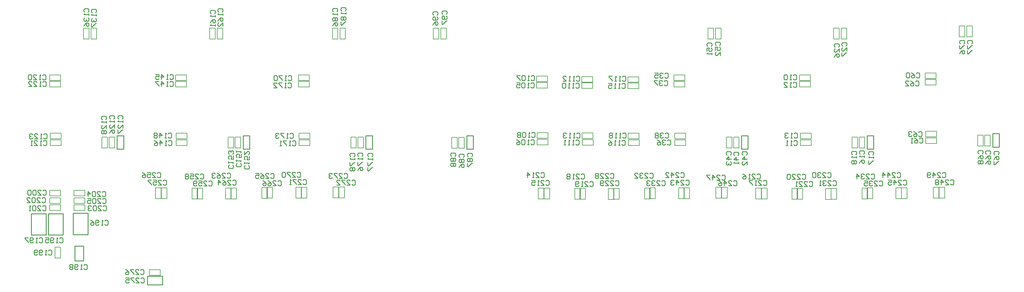
<source format=gbo>
G04 Layer_Color=32896*
%FSLAX25Y25*%
%MOIN*%
G70*
G01*
G75*
%ADD32C,0.01000*%
%ADD48C,0.00984*%
%ADD52C,0.00700*%
D32*
X975524Y584618D02*
X993240D01*
X975524Y574382D02*
Y584618D01*
Y574382D02*
X993240D01*
Y584618D01*
X899118Y602760D02*
Y620476D01*
X888882D02*
X899118D01*
X888882Y602760D02*
Y620476D01*
Y602760D02*
X899118D01*
X854358Y633776D02*
Y659366D01*
X836642Y633776D02*
X854358D01*
X836642D02*
Y659366D01*
X854358D01*
X904358Y634276D02*
Y659866D01*
X886642Y634276D02*
X904358D01*
X886642D02*
Y659866D01*
X904358D01*
X874858Y633776D02*
Y659366D01*
X857142Y633776D02*
X874858D01*
X857142D02*
Y659366D01*
X874858D01*
X967001Y591498D02*
X968001Y592498D01*
X970000D01*
X971000Y591498D01*
Y587500D01*
X970000Y586500D01*
X968001D01*
X967001Y587500D01*
X961003Y586500D02*
X965002D01*
X961003Y590499D01*
Y591498D01*
X962003Y592498D01*
X964002D01*
X965002Y591498D01*
X959004Y592498D02*
X955005D01*
Y591498D01*
X959004Y587500D01*
Y586500D01*
X949007Y592498D02*
X951007Y591498D01*
X953006Y589499D01*
Y587500D01*
X952006Y586500D01*
X950007D01*
X949007Y587500D01*
Y588499D01*
X950007Y589499D01*
X953006D01*
X967501Y581498D02*
X968501Y582498D01*
X970500D01*
X971500Y581498D01*
Y577500D01*
X970500Y576500D01*
X968501D01*
X967501Y577500D01*
X961503Y576500D02*
X965502D01*
X961503Y580499D01*
Y581498D01*
X962503Y582498D01*
X964502D01*
X965502Y581498D01*
X959504Y582498D02*
X955505D01*
Y581498D01*
X959504Y577500D01*
Y576500D01*
X949507Y582498D02*
X953506D01*
Y579499D01*
X951507Y580499D01*
X950507D01*
X949507Y579499D01*
Y577500D01*
X950507Y576500D01*
X952506D01*
X953506Y577500D01*
X1924501Y707498D02*
X1925501Y708498D01*
X1927500D01*
X1928500Y707498D01*
Y703500D01*
X1927500Y702500D01*
X1925501D01*
X1924501Y703500D01*
X1918503Y702500D02*
X1922502D01*
X1918503Y706499D01*
Y707498D01*
X1919503Y708498D01*
X1921502D01*
X1922502Y707498D01*
X1913505Y702500D02*
Y708498D01*
X1916504Y705499D01*
X1912505D01*
X1910506Y703500D02*
X1909506Y702500D01*
X1907507D01*
X1906507Y703500D01*
Y707498D01*
X1907507Y708498D01*
X1909506D01*
X1910506Y707498D01*
Y706499D01*
X1909506Y705499D01*
X1906507D01*
X1934001Y698998D02*
X1935001Y699998D01*
X1937000D01*
X1938000Y698998D01*
Y695000D01*
X1937000Y694000D01*
X1935001D01*
X1934001Y695000D01*
X1928003Y694000D02*
X1932002D01*
X1928003Y697999D01*
Y698998D01*
X1929003Y699998D01*
X1931002D01*
X1932002Y698998D01*
X1923005Y694000D02*
Y699998D01*
X1926004Y696999D01*
X1922005D01*
X1920006Y698998D02*
X1919006Y699998D01*
X1917007D01*
X1916007Y698998D01*
Y697999D01*
X1917007Y696999D01*
X1916007Y695999D01*
Y695000D01*
X1917007Y694000D01*
X1919006D01*
X1920006Y695000D01*
Y695999D01*
X1919006Y696999D01*
X1920006Y697999D01*
Y698998D01*
X1919006Y696999D02*
X1917007D01*
X1877601Y698598D02*
X1878601Y699598D01*
X1880600D01*
X1881600Y698598D01*
Y694600D01*
X1880600Y693600D01*
X1878601D01*
X1877601Y694600D01*
X1871603Y693600D02*
X1875602D01*
X1871603Y697599D01*
Y698598D01*
X1872603Y699598D01*
X1874602D01*
X1875602Y698598D01*
X1866605Y693600D02*
Y699598D01*
X1869604Y696599D01*
X1865605D01*
X1859607Y699598D02*
X1863606D01*
Y696599D01*
X1861606Y697599D01*
X1860607D01*
X1859607Y696599D01*
Y694600D01*
X1860607Y693600D01*
X1862606D01*
X1863606Y694600D01*
X1870501Y707498D02*
X1871501Y708498D01*
X1873500D01*
X1874500Y707498D01*
Y703500D01*
X1873500Y702500D01*
X1871501D01*
X1870501Y703500D01*
X1864503Y702500D02*
X1868502D01*
X1864503Y706499D01*
Y707498D01*
X1865503Y708498D01*
X1867502D01*
X1868502Y707498D01*
X1859505Y702500D02*
Y708498D01*
X1862504Y705499D01*
X1858505D01*
X1853507Y702500D02*
Y708498D01*
X1856506Y705499D01*
X1852507D01*
X1849001Y697498D02*
X1850001Y698498D01*
X1852000D01*
X1853000Y697498D01*
Y693500D01*
X1852000Y692500D01*
X1850001D01*
X1849001Y693500D01*
X1843003Y692500D02*
X1847002D01*
X1843003Y696499D01*
Y697498D01*
X1844003Y698498D01*
X1846002D01*
X1847002Y697498D01*
X1841004D02*
X1840004Y698498D01*
X1838005D01*
X1837005Y697498D01*
Y696499D01*
X1838005Y695499D01*
X1839005D01*
X1838005D01*
X1837005Y694499D01*
Y693500D01*
X1838005Y692500D01*
X1840004D01*
X1841004Y693500D01*
X1831007Y698498D02*
X1835006D01*
Y695499D01*
X1833006Y696499D01*
X1832007D01*
X1831007Y695499D01*
Y693500D01*
X1832007Y692500D01*
X1834006D01*
X1835006Y693500D01*
X1839501Y705998D02*
X1840501Y706998D01*
X1842500D01*
X1843500Y705998D01*
Y702000D01*
X1842500Y701000D01*
X1840501D01*
X1839501Y702000D01*
X1833503Y701000D02*
X1837502D01*
X1833503Y704999D01*
Y705998D01*
X1834503Y706998D01*
X1836502D01*
X1837502Y705998D01*
X1831504D02*
X1830504Y706998D01*
X1828505D01*
X1827505Y705998D01*
Y704999D01*
X1828505Y703999D01*
X1829505D01*
X1828505D01*
X1827505Y702999D01*
Y702000D01*
X1828505Y701000D01*
X1830504D01*
X1831504Y702000D01*
X1822507Y701000D02*
Y706998D01*
X1825506Y703999D01*
X1821507D01*
X1793601Y697798D02*
X1794601Y698798D01*
X1796600D01*
X1797600Y697798D01*
Y693800D01*
X1796600Y692800D01*
X1794601D01*
X1793601Y693800D01*
X1787603Y692800D02*
X1791602D01*
X1787603Y696799D01*
Y697798D01*
X1788603Y698798D01*
X1790602D01*
X1791602Y697798D01*
X1785604D02*
X1784604Y698798D01*
X1782605D01*
X1781605Y697798D01*
Y696799D01*
X1782605Y695799D01*
X1783604D01*
X1782605D01*
X1781605Y694799D01*
Y693800D01*
X1782605Y692800D01*
X1784604D01*
X1785604Y693800D01*
X1779606Y692800D02*
X1777607D01*
X1778606D01*
Y698798D01*
X1779606Y697798D01*
X1787501Y707498D02*
X1788501Y708498D01*
X1790500D01*
X1791500Y707498D01*
Y703500D01*
X1790500Y702500D01*
X1788501D01*
X1787501Y703500D01*
X1781503Y702500D02*
X1785502D01*
X1781503Y706499D01*
Y707498D01*
X1782503Y708498D01*
X1784502D01*
X1785502Y707498D01*
X1779504D02*
X1778504Y708498D01*
X1776505D01*
X1775505Y707498D01*
Y706499D01*
X1776505Y705499D01*
X1777505D01*
X1776505D01*
X1775505Y704499D01*
Y703500D01*
X1776505Y702500D01*
X1778504D01*
X1779504Y703500D01*
X1773506Y707498D02*
X1772506Y708498D01*
X1770507D01*
X1769507Y707498D01*
Y703500D01*
X1770507Y702500D01*
X1772506D01*
X1773506Y703500D01*
Y707498D01*
X1765501Y696998D02*
X1766501Y697998D01*
X1768500D01*
X1769500Y696998D01*
Y693000D01*
X1768500Y692000D01*
X1766501D01*
X1765501Y693000D01*
X1759503Y692000D02*
X1763502D01*
X1759503Y695999D01*
Y696998D01*
X1760503Y697998D01*
X1762502D01*
X1763502Y696998D01*
X1753505Y692000D02*
X1757504D01*
X1753505Y695999D01*
Y696998D01*
X1754505Y697998D01*
X1756504D01*
X1757504Y696998D01*
X1751506Y692000D02*
X1749507D01*
X1750506D01*
Y697998D01*
X1751506Y696998D01*
X1757001Y705498D02*
X1758001Y706498D01*
X1760000D01*
X1761000Y705498D01*
Y701500D01*
X1760000Y700500D01*
X1758001D01*
X1757001Y701500D01*
X1751003Y700500D02*
X1755002D01*
X1751003Y704499D01*
Y705498D01*
X1752003Y706498D01*
X1754002D01*
X1755002Y705498D01*
X1745005Y700500D02*
X1749004D01*
X1745005Y704499D01*
Y705498D01*
X1746005Y706498D01*
X1748004D01*
X1749004Y705498D01*
X1743006D02*
X1742006Y706498D01*
X1740007D01*
X1739007Y705498D01*
Y701500D01*
X1740007Y700500D01*
X1742006D01*
X1743006Y701500D01*
Y705498D01*
X1710601Y698098D02*
X1711601Y699098D01*
X1713600D01*
X1714600Y698098D01*
Y694100D01*
X1713600Y693100D01*
X1711601D01*
X1710601Y694100D01*
X1704603Y693100D02*
X1708602D01*
X1704603Y697099D01*
Y698098D01*
X1705603Y699098D01*
X1707602D01*
X1708602Y698098D01*
X1702604Y693100D02*
X1700604D01*
X1701604D01*
Y699098D01*
X1702604Y698098D01*
X1697606Y699098D02*
X1693607D01*
Y698098D01*
X1697606Y694100D01*
Y693100D01*
X1703001Y705998D02*
X1704001Y706998D01*
X1706000D01*
X1707000Y705998D01*
Y702000D01*
X1706000Y701000D01*
X1704001D01*
X1703001Y702000D01*
X1697003Y701000D02*
X1701002D01*
X1697003Y704999D01*
Y705998D01*
X1698003Y706998D01*
X1700002D01*
X1701002Y705998D01*
X1695004Y701000D02*
X1693004D01*
X1694004D01*
Y706998D01*
X1695004Y705998D01*
X1686007Y706998D02*
X1688006Y705998D01*
X1690005Y703999D01*
Y702000D01*
X1689006Y701000D01*
X1687007D01*
X1686007Y702000D01*
Y702999D01*
X1687007Y703999D01*
X1690005D01*
X1596001Y746498D02*
X1597001Y747498D01*
X1599000D01*
X1600000Y746498D01*
Y742500D01*
X1599000Y741500D01*
X1597001D01*
X1596001Y742500D01*
X1594002Y746498D02*
X1593002Y747498D01*
X1591003D01*
X1590003Y746498D01*
Y745499D01*
X1591003Y744499D01*
X1592003D01*
X1591003D01*
X1590003Y743499D01*
Y742500D01*
X1591003Y741500D01*
X1593002D01*
X1594002Y742500D01*
X1584005Y747498D02*
X1586005Y746498D01*
X1588004Y744499D01*
Y742500D01*
X1587004Y741500D01*
X1585005D01*
X1584005Y742500D01*
Y743499D01*
X1585005Y744499D01*
X1588004D01*
X1593501Y754998D02*
X1594501Y755998D01*
X1596500D01*
X1597500Y754998D01*
Y751000D01*
X1596500Y750000D01*
X1594501D01*
X1593501Y751000D01*
X1591502Y754998D02*
X1590502Y755998D01*
X1588503D01*
X1587503Y754998D01*
Y753999D01*
X1588503Y752999D01*
X1589503D01*
X1588503D01*
X1587503Y751999D01*
Y751000D01*
X1588503Y750000D01*
X1590502D01*
X1591502Y751000D01*
X1585504Y754998D02*
X1584504Y755998D01*
X1582505D01*
X1581505Y754998D01*
Y753999D01*
X1582505Y752999D01*
X1581505Y751999D01*
Y751000D01*
X1582505Y750000D01*
X1584504D01*
X1585504Y751000D01*
Y751999D01*
X1584504Y752999D01*
X1585504Y753999D01*
Y754998D01*
X1584504Y752999D02*
X1582505D01*
X1593001Y826498D02*
X1594001Y827498D01*
X1596000D01*
X1597000Y826498D01*
Y822500D01*
X1596000Y821500D01*
X1594001D01*
X1593001Y822500D01*
X1591002Y826498D02*
X1590002Y827498D01*
X1588003D01*
X1587003Y826498D01*
Y825499D01*
X1588003Y824499D01*
X1589003D01*
X1588003D01*
X1587003Y823499D01*
Y822500D01*
X1588003Y821500D01*
X1590002D01*
X1591002Y822500D01*
X1581005Y827498D02*
X1585004D01*
Y824499D01*
X1583004Y825499D01*
X1582005D01*
X1581005Y824499D01*
Y822500D01*
X1582005Y821500D01*
X1584004D01*
X1585004Y822500D01*
X1592501Y817498D02*
X1593501Y818498D01*
X1595500D01*
X1596500Y817498D01*
Y813500D01*
X1595500Y812500D01*
X1593501D01*
X1592501Y813500D01*
X1590502Y817498D02*
X1589502Y818498D01*
X1587503D01*
X1586503Y817498D01*
Y816499D01*
X1587503Y815499D01*
X1588503D01*
X1587503D01*
X1586503Y814499D01*
Y813500D01*
X1587503Y812500D01*
X1589502D01*
X1590502Y813500D01*
X1584504Y818498D02*
X1580505D01*
Y817498D01*
X1584504Y813500D01*
Y812500D01*
X1654502Y860501D02*
X1653502Y861501D01*
Y863500D01*
X1654502Y864500D01*
X1658500D01*
X1659500Y863500D01*
Y861501D01*
X1658500Y860501D01*
X1653502Y854503D02*
Y858502D01*
X1656501D01*
X1655501Y856503D01*
Y855503D01*
X1656501Y854503D01*
X1658500D01*
X1659500Y855503D01*
Y857502D01*
X1658500Y858502D01*
X1659500Y848505D02*
Y852504D01*
X1655501Y848505D01*
X1654502D01*
X1653502Y849505D01*
Y851504D01*
X1654502Y852504D01*
X1644502Y859501D02*
X1643502Y860501D01*
Y862500D01*
X1644502Y863500D01*
X1648500D01*
X1649500Y862500D01*
Y860501D01*
X1648500Y859501D01*
X1643502Y853503D02*
Y857502D01*
X1646501D01*
X1645501Y855503D01*
Y854503D01*
X1646501Y853503D01*
X1648500D01*
X1649500Y854503D01*
Y856502D01*
X1648500Y857502D01*
X1649500Y851504D02*
Y849504D01*
Y850504D01*
X1643502D01*
X1644502Y851504D01*
X1667502Y729501D02*
X1666502Y730501D01*
Y732500D01*
X1667502Y733500D01*
X1671500D01*
X1672500Y732500D01*
Y730501D01*
X1671500Y729501D01*
X1672500Y724503D02*
X1666502D01*
X1669501Y727502D01*
Y723503D01*
X1667502Y721504D02*
X1666502Y720504D01*
Y718505D01*
X1667502Y717505D01*
X1668501D01*
X1669501Y718505D01*
Y719504D01*
Y718505D01*
X1670501Y717505D01*
X1671500D01*
X1672500Y718505D01*
Y720504D01*
X1671500Y721504D01*
X1676502Y729001D02*
X1675502Y730001D01*
Y732000D01*
X1676502Y733000D01*
X1680500D01*
X1681500Y732000D01*
Y730001D01*
X1680500Y729001D01*
X1681500Y724003D02*
X1675502D01*
X1678501Y727002D01*
Y723003D01*
X1681500Y721004D02*
Y719004D01*
Y720004D01*
X1675502D01*
X1676502Y721004D01*
X1686502Y729501D02*
X1685502Y730501D01*
Y732500D01*
X1686502Y733500D01*
X1690500D01*
X1691500Y732500D01*
Y730501D01*
X1690500Y729501D01*
X1691500Y724503D02*
X1685502D01*
X1688501Y727502D01*
Y723503D01*
X1691500Y717505D02*
Y721504D01*
X1687501Y717505D01*
X1686502D01*
X1685502Y718505D01*
Y720504D01*
X1686502Y721504D01*
X1805502Y860001D02*
X1804502Y861001D01*
Y863000D01*
X1805502Y864000D01*
X1809500D01*
X1810500Y863000D01*
Y861001D01*
X1809500Y860001D01*
X1810500Y854003D02*
Y858002D01*
X1806501Y854003D01*
X1805502D01*
X1804502Y855003D01*
Y857002D01*
X1805502Y858002D01*
X1804502Y852004D02*
Y848005D01*
X1805502D01*
X1809500Y852004D01*
X1810500D01*
X1796502Y858501D02*
X1795502Y859501D01*
Y861500D01*
X1796502Y862500D01*
X1800500D01*
X1801500Y861500D01*
Y859501D01*
X1800500Y858501D01*
X1801500Y852503D02*
Y856502D01*
X1797501Y852503D01*
X1796502D01*
X1795502Y853503D01*
Y855502D01*
X1796502Y856502D01*
X1795502Y846505D02*
X1796502Y848505D01*
X1798501Y850504D01*
X1800500D01*
X1801500Y849504D01*
Y847505D01*
X1800500Y846505D01*
X1799501D01*
X1798501Y847505D01*
Y850504D01*
X1817002Y730001D02*
X1816002Y731001D01*
Y733000D01*
X1817002Y734000D01*
X1821000D01*
X1822000Y733000D01*
Y731001D01*
X1821000Y730001D01*
X1822000Y728002D02*
Y726003D01*
Y727002D01*
X1816002D01*
X1817002Y728002D01*
Y723004D02*
X1816002Y722004D01*
Y720005D01*
X1817002Y719005D01*
X1818001D01*
X1819001Y720005D01*
X1820001Y719005D01*
X1821000D01*
X1822000Y720005D01*
Y722004D01*
X1821000Y723004D01*
X1820001D01*
X1819001Y722004D01*
X1818001Y723004D01*
X1817002D01*
X1819001Y722004D02*
Y720005D01*
X1837502Y729501D02*
X1836502Y730501D01*
Y732500D01*
X1837502Y733500D01*
X1841500D01*
X1842500Y732500D01*
Y730501D01*
X1841500Y729501D01*
X1842500Y727502D02*
Y725503D01*
Y726502D01*
X1836502D01*
X1837502Y727502D01*
X1836502Y722504D02*
Y718505D01*
X1837502D01*
X1841500Y722504D01*
X1842500D01*
X1826502Y730501D02*
X1825502Y731501D01*
Y733500D01*
X1826502Y734500D01*
X1830500D01*
X1831500Y733500D01*
Y731501D01*
X1830500Y730501D01*
X1831500Y728502D02*
Y726503D01*
Y727502D01*
X1825502D01*
X1826502Y728502D01*
X1825502Y719505D02*
X1826502Y721504D01*
X1828501Y723504D01*
X1830500D01*
X1831500Y722504D01*
Y720505D01*
X1830500Y719505D01*
X1829501D01*
X1828501Y720505D01*
Y723504D01*
X1747501Y754998D02*
X1748501Y755998D01*
X1750500D01*
X1751500Y754998D01*
Y751000D01*
X1750500Y750000D01*
X1748501D01*
X1747501Y751000D01*
X1745502Y750000D02*
X1743503D01*
X1744502D01*
Y755998D01*
X1745502Y754998D01*
X1740504D02*
X1739504Y755998D01*
X1737505D01*
X1736505Y754998D01*
Y753999D01*
X1737505Y752999D01*
X1738504D01*
X1737505D01*
X1736505Y751999D01*
Y751000D01*
X1737505Y750000D01*
X1739504D01*
X1740504Y751000D01*
X1746501Y815498D02*
X1747501Y816498D01*
X1749500D01*
X1750500Y815498D01*
Y811500D01*
X1749500Y810500D01*
X1747501D01*
X1746501Y811500D01*
X1744502Y810500D02*
X1742503D01*
X1743502D01*
Y816498D01*
X1744502Y815498D01*
X1735505Y810500D02*
X1739504D01*
X1735505Y814499D01*
Y815498D01*
X1736505Y816498D01*
X1738504D01*
X1739504Y815498D01*
X1747001Y745998D02*
X1748001Y746998D01*
X1750000D01*
X1751000Y745998D01*
Y742000D01*
X1750000Y741000D01*
X1748001D01*
X1747001Y742000D01*
X1745002Y741000D02*
X1743003D01*
X1744002D01*
Y746998D01*
X1745002Y745998D01*
X1740004Y741000D02*
X1738004D01*
X1739004D01*
Y746998D01*
X1740004Y745998D01*
X1746501Y824498D02*
X1747501Y825498D01*
X1749500D01*
X1750500Y824498D01*
Y820500D01*
X1749500Y819500D01*
X1747501D01*
X1746501Y820500D01*
X1744502Y819500D02*
X1742503D01*
X1743502D01*
Y825498D01*
X1744502Y824498D01*
X1739504D02*
X1738504Y825498D01*
X1736505D01*
X1735505Y824498D01*
Y820500D01*
X1736505Y819500D01*
X1738504D01*
X1739504Y820500D01*
Y824498D01*
X1946002Y862501D02*
X1945002Y863501D01*
Y865500D01*
X1946002Y866500D01*
X1950000D01*
X1951000Y865500D01*
Y863501D01*
X1950000Y862501D01*
X1945002Y860502D02*
Y856503D01*
X1946002D01*
X1950000Y860502D01*
X1951000D01*
X1945002Y850505D02*
X1946002Y852505D01*
X1948001Y854504D01*
X1950000D01*
X1951000Y853504D01*
Y851505D01*
X1950000Y850505D01*
X1949001D01*
X1948001Y851505D01*
Y854504D01*
X1893501Y826998D02*
X1894501Y827998D01*
X1896500D01*
X1897500Y826998D01*
Y823000D01*
X1896500Y822000D01*
X1894501D01*
X1893501Y823000D01*
X1887503Y827998D02*
X1889503Y826998D01*
X1891502Y824999D01*
Y823000D01*
X1890502Y822000D01*
X1888503D01*
X1887503Y823000D01*
Y823999D01*
X1888503Y824999D01*
X1891502D01*
X1885504Y826998D02*
X1884504Y827998D01*
X1882505D01*
X1881505Y826998D01*
Y823000D01*
X1882505Y822000D01*
X1884504D01*
X1885504Y823000D01*
Y826998D01*
X1892474Y817308D02*
X1893473Y818307D01*
X1895473D01*
X1896472Y817308D01*
Y813309D01*
X1895473Y812309D01*
X1893473D01*
X1892474Y813309D01*
X1886476Y818307D02*
X1888475Y817308D01*
X1890474Y815308D01*
Y813309D01*
X1889475Y812309D01*
X1887475D01*
X1886476Y813309D01*
Y814309D01*
X1887475Y815308D01*
X1890474D01*
X1880478Y812309D02*
X1884476D01*
X1880478Y816308D01*
Y817308D01*
X1881477Y818307D01*
X1883477D01*
X1884476Y817308D01*
X1968002Y731001D02*
X1967002Y732001D01*
Y734000D01*
X1968002Y735000D01*
X1972000D01*
X1973000Y734000D01*
Y732001D01*
X1972000Y731001D01*
X1967002Y725003D02*
X1968002Y727003D01*
X1970001Y729002D01*
X1972000D01*
X1973000Y728002D01*
Y726003D01*
X1972000Y725003D01*
X1971001D01*
X1970001Y726003D01*
Y729002D01*
X1968002Y723004D02*
X1967002Y722004D01*
Y720005D01*
X1968002Y719005D01*
X1969001D01*
X1970001Y720005D01*
X1971001Y719005D01*
X1972000D01*
X1973000Y720005D01*
Y722004D01*
X1972000Y723004D01*
X1971001D01*
X1970001Y722004D01*
X1969001Y723004D01*
X1968002D01*
X1970001Y722004D02*
Y720005D01*
X1977002Y730501D02*
X1976002Y731501D01*
Y733500D01*
X1977002Y734500D01*
X1981000D01*
X1982000Y733500D01*
Y731501D01*
X1981000Y730501D01*
X1976002Y724503D02*
X1977002Y726503D01*
X1979001Y728502D01*
X1981000D01*
X1982000Y727502D01*
Y725503D01*
X1981000Y724503D01*
X1980001D01*
X1979001Y725503D01*
Y728502D01*
X1976002Y718505D02*
X1977002Y720505D01*
X1979001Y722504D01*
X1981000D01*
X1982000Y721504D01*
Y719505D01*
X1981000Y718505D01*
X1980001D01*
X1979001Y719505D01*
Y722504D01*
X1955502Y862501D02*
X1954502Y863501D01*
Y865500D01*
X1955502Y866500D01*
X1959500D01*
X1960500Y865500D01*
Y863501D01*
X1959500Y862501D01*
X1954502Y860502D02*
Y856503D01*
X1955502D01*
X1959500Y860502D01*
X1960500D01*
X1954502Y854504D02*
Y850505D01*
X1955502D01*
X1959500Y854504D01*
X1960500D01*
X1987002Y730001D02*
X1986002Y731001D01*
Y733000D01*
X1987002Y734000D01*
X1991000D01*
X1992000Y733000D01*
Y731001D01*
X1991000Y730001D01*
X1986002Y724003D02*
X1987002Y726003D01*
X1989001Y728002D01*
X1991000D01*
X1992000Y727002D01*
Y725003D01*
X1991000Y724003D01*
X1990001D01*
X1989001Y725003D01*
Y728002D01*
X1986002Y722004D02*
Y718005D01*
X1987002D01*
X1991000Y722004D01*
X1992000D01*
X1897001Y748998D02*
X1898001Y749998D01*
X1900000D01*
X1901000Y748998D01*
Y745000D01*
X1900000Y744000D01*
X1898001D01*
X1897001Y745000D01*
X1891003Y749998D02*
X1893003Y748998D01*
X1895002Y746999D01*
Y745000D01*
X1894002Y744000D01*
X1892003D01*
X1891003Y745000D01*
Y745999D01*
X1892003Y746999D01*
X1895002D01*
X1889004Y744000D02*
X1887004D01*
X1888004D01*
Y749998D01*
X1889004Y748998D01*
X1896001Y756498D02*
X1897001Y757498D01*
X1899000D01*
X1900000Y756498D01*
Y752500D01*
X1899000Y751500D01*
X1897001D01*
X1896001Y752500D01*
X1890003Y757498D02*
X1892003Y756498D01*
X1894002Y754499D01*
Y752500D01*
X1893002Y751500D01*
X1891003D01*
X1890003Y752500D01*
Y753499D01*
X1891003Y754499D01*
X1894002D01*
X1888004Y756498D02*
X1887004Y757498D01*
X1885005D01*
X1884005Y756498D01*
Y755499D01*
X1885005Y754499D01*
X1886004D01*
X1885005D01*
X1884005Y753499D01*
Y752500D01*
X1885005Y751500D01*
X1887004D01*
X1888004Y752500D01*
X1434001Y755498D02*
X1435001Y756498D01*
X1437000D01*
X1438000Y755498D01*
Y751500D01*
X1437000Y750500D01*
X1435001D01*
X1434001Y751500D01*
X1432002Y750500D02*
X1430003D01*
X1431002D01*
Y756498D01*
X1432002Y755498D01*
X1427004D02*
X1426004Y756498D01*
X1424004D01*
X1423005Y755498D01*
Y751500D01*
X1424004Y750500D01*
X1426004D01*
X1427004Y751500D01*
Y755498D01*
X1421006D02*
X1420006Y756498D01*
X1418007D01*
X1417007Y755498D01*
Y754499D01*
X1418007Y753499D01*
X1417007Y752499D01*
Y751500D01*
X1418007Y750500D01*
X1420006D01*
X1421006Y751500D01*
Y752499D01*
X1420006Y753499D01*
X1421006Y754499D01*
Y755498D01*
X1420006Y753499D02*
X1418007D01*
X1433001Y746998D02*
X1434001Y747998D01*
X1436000D01*
X1437000Y746998D01*
Y743000D01*
X1436000Y742000D01*
X1434001D01*
X1433001Y743000D01*
X1431002Y742000D02*
X1429003D01*
X1430002D01*
Y747998D01*
X1431002Y746998D01*
X1426004D02*
X1425004Y747998D01*
X1423005D01*
X1422005Y746998D01*
Y743000D01*
X1423005Y742000D01*
X1425004D01*
X1426004Y743000D01*
Y746998D01*
X1416007Y747998D02*
X1418006Y746998D01*
X1420006Y744999D01*
Y743000D01*
X1419006Y742000D01*
X1417006D01*
X1416007Y743000D01*
Y743999D01*
X1417006Y744999D01*
X1420006D01*
X1433001Y814998D02*
X1434001Y815998D01*
X1436000D01*
X1437000Y814998D01*
Y811000D01*
X1436000Y810000D01*
X1434001D01*
X1433001Y811000D01*
X1431002Y810000D02*
X1429003D01*
X1430002D01*
Y815998D01*
X1431002Y814998D01*
X1426004D02*
X1425004Y815998D01*
X1423005D01*
X1422005Y814998D01*
Y811000D01*
X1423005Y810000D01*
X1425004D01*
X1426004Y811000D01*
Y814998D01*
X1416007Y815998D02*
X1420006D01*
Y812999D01*
X1418006Y813999D01*
X1417006D01*
X1416007Y812999D01*
Y811000D01*
X1417006Y810000D01*
X1419006D01*
X1420006Y811000D01*
X1433501Y823498D02*
X1434501Y824498D01*
X1436500D01*
X1437500Y823498D01*
Y819500D01*
X1436500Y818500D01*
X1434501D01*
X1433501Y819500D01*
X1431502Y818500D02*
X1429503D01*
X1430502D01*
Y824498D01*
X1431502Y823498D01*
X1426504D02*
X1425504Y824498D01*
X1423505D01*
X1422505Y823498D01*
Y819500D01*
X1423505Y818500D01*
X1425504D01*
X1426504Y819500D01*
Y823498D01*
X1420506Y824498D02*
X1416507D01*
Y823498D01*
X1420506Y819500D01*
Y818500D01*
X1328002Y898001D02*
X1327002Y899001D01*
Y901000D01*
X1328002Y902000D01*
X1332000D01*
X1333000Y901000D01*
Y899001D01*
X1332000Y898001D01*
Y896002D02*
X1333000Y895002D01*
Y893003D01*
X1332000Y892003D01*
X1328002D01*
X1327002Y893003D01*
Y895002D01*
X1328002Y896002D01*
X1329001D01*
X1330001Y895002D01*
Y892003D01*
X1327002Y890004D02*
Y886005D01*
X1328002D01*
X1332000Y890004D01*
X1333000D01*
X1317002Y897001D02*
X1316002Y898001D01*
Y900000D01*
X1317002Y901000D01*
X1321000D01*
X1322000Y900000D01*
Y898001D01*
X1321000Y897001D01*
Y895002D02*
X1322000Y894002D01*
Y892003D01*
X1321000Y891003D01*
X1317002D01*
X1316002Y892003D01*
Y894002D01*
X1317002Y895002D01*
X1318001D01*
X1319001Y894002D01*
Y891003D01*
X1316002Y885005D02*
X1317002Y887004D01*
X1319001Y889004D01*
X1321000D01*
X1322000Y888004D01*
Y886005D01*
X1321000Y885005D01*
X1320001D01*
X1319001Y886005D01*
Y889004D01*
X1338502Y728001D02*
X1337502Y729001D01*
Y731000D01*
X1338502Y732000D01*
X1342500D01*
X1343500Y731000D01*
Y729001D01*
X1342500Y728001D01*
X1338502Y726002D02*
X1337502Y725002D01*
Y723003D01*
X1338502Y722003D01*
X1339501D01*
X1340501Y723003D01*
X1341501Y722003D01*
X1342500D01*
X1343500Y723003D01*
Y725002D01*
X1342500Y726002D01*
X1341501D01*
X1340501Y725002D01*
X1339501Y726002D01*
X1338502D01*
X1340501Y725002D02*
Y723003D01*
X1338502Y720004D02*
X1337502Y719004D01*
Y717005D01*
X1338502Y716005D01*
X1339501D01*
X1340501Y717005D01*
X1341501Y716005D01*
X1342500D01*
X1343500Y717005D01*
Y719004D01*
X1342500Y720004D01*
X1341501D01*
X1340501Y719004D01*
X1339501Y720004D01*
X1338502D01*
X1340501Y719004D02*
Y717005D01*
X1348502Y726501D02*
X1347502Y727501D01*
Y729500D01*
X1348502Y730500D01*
X1352500D01*
X1353500Y729500D01*
Y727501D01*
X1352500Y726501D01*
X1348502Y724502D02*
X1347502Y723502D01*
Y721503D01*
X1348502Y720503D01*
X1349501D01*
X1350501Y721503D01*
X1351501Y720503D01*
X1352500D01*
X1353500Y721503D01*
Y723502D01*
X1352500Y724502D01*
X1351501D01*
X1350501Y723502D01*
X1349501Y724502D01*
X1348502D01*
X1350501Y723502D02*
Y721503D01*
X1347502Y714505D02*
X1348502Y716504D01*
X1350501Y718504D01*
X1352500D01*
X1353500Y717504D01*
Y715505D01*
X1352500Y714505D01*
X1351501D01*
X1350501Y715505D01*
Y718504D01*
X1358502Y727501D02*
X1357502Y728501D01*
Y730500D01*
X1358502Y731500D01*
X1362500D01*
X1363500Y730500D01*
Y728501D01*
X1362500Y727501D01*
X1358502Y725502D02*
X1357502Y724502D01*
Y722503D01*
X1358502Y721503D01*
X1359501D01*
X1360501Y722503D01*
X1361501Y721503D01*
X1362500D01*
X1363500Y722503D01*
Y724502D01*
X1362500Y725502D01*
X1361501D01*
X1360501Y724502D01*
X1359501Y725502D01*
X1358502D01*
X1360501Y724502D02*
Y722503D01*
X1357502Y719504D02*
Y715505D01*
X1358502D01*
X1362500Y719504D01*
X1363500D01*
X1486879Y814494D02*
X1487879Y815494D01*
X1489878D01*
X1490878Y814494D01*
Y810496D01*
X1489878Y809496D01*
X1487879D01*
X1486879Y810496D01*
X1484880Y809496D02*
X1482880D01*
X1483880D01*
Y815494D01*
X1484880Y814494D01*
X1479881Y809496D02*
X1477882D01*
X1478882D01*
Y815494D01*
X1479881Y814494D01*
X1474883D02*
X1473884Y815494D01*
X1471884D01*
X1470884Y814494D01*
Y810496D01*
X1471884Y809496D01*
X1473884D01*
X1474883Y810496D01*
Y814494D01*
X1487379Y822994D02*
X1488379Y823994D01*
X1490378D01*
X1491378Y822994D01*
Y818996D01*
X1490378Y817996D01*
X1488379D01*
X1487379Y818996D01*
X1485380Y817996D02*
X1483381D01*
X1484380D01*
Y823994D01*
X1485380Y822994D01*
X1480381Y817996D02*
X1478382D01*
X1479382D01*
Y823994D01*
X1480381Y822994D01*
X1471384Y817996D02*
X1475383D01*
X1471384Y821995D01*
Y822994D01*
X1472384Y823994D01*
X1474384D01*
X1475383Y822994D01*
X1486879Y746494D02*
X1487879Y747494D01*
X1489878D01*
X1490878Y746494D01*
Y742496D01*
X1489878Y741496D01*
X1487879D01*
X1486879Y742496D01*
X1484880Y741496D02*
X1482880D01*
X1483880D01*
Y747494D01*
X1484880Y746494D01*
X1479881Y741496D02*
X1477882D01*
X1478882D01*
Y747494D01*
X1479881Y746494D01*
X1474883Y741496D02*
X1472884D01*
X1473884D01*
Y747494D01*
X1474883Y746494D01*
X1487879Y754994D02*
X1488879Y755994D01*
X1490878D01*
X1491878Y754994D01*
Y750996D01*
X1490878Y749996D01*
X1488879D01*
X1487879Y750996D01*
X1485880Y749996D02*
X1483881D01*
X1484880D01*
Y755994D01*
X1485880Y754994D01*
X1480882Y749996D02*
X1478882D01*
X1479882D01*
Y755994D01*
X1480882Y754994D01*
X1475883D02*
X1474883Y755994D01*
X1472884D01*
X1471884Y754994D01*
Y753995D01*
X1472884Y752995D01*
X1473884D01*
X1472884D01*
X1471884Y751995D01*
Y750996D01*
X1472884Y749996D01*
X1474883D01*
X1475883Y750996D01*
X1541883Y814246D02*
X1542883Y815246D01*
X1544882D01*
X1545882Y814246D01*
Y810248D01*
X1544882Y809248D01*
X1542883D01*
X1541883Y810248D01*
X1539884Y809248D02*
X1537885D01*
X1538884D01*
Y815246D01*
X1539884Y814246D01*
X1534885Y809248D02*
X1532886D01*
X1533886D01*
Y815246D01*
X1534885Y814246D01*
X1525888Y815246D02*
X1529887D01*
Y812247D01*
X1527888Y813247D01*
X1526888D01*
X1525888Y812247D01*
Y810248D01*
X1526888Y809248D01*
X1528887D01*
X1529887Y810248D01*
X1542383Y822746D02*
X1543383Y823746D01*
X1545382D01*
X1546382Y822746D01*
Y818748D01*
X1545382Y817748D01*
X1543383D01*
X1542383Y818748D01*
X1540384Y817748D02*
X1538385D01*
X1539384D01*
Y823746D01*
X1540384Y822746D01*
X1535385Y817748D02*
X1533386D01*
X1534386D01*
Y823746D01*
X1535385Y822746D01*
X1530387Y823746D02*
X1526388D01*
Y822746D01*
X1530387Y818748D01*
Y817748D01*
X1541883Y746246D02*
X1542883Y747246D01*
X1544882D01*
X1545882Y746246D01*
Y742248D01*
X1544882Y741248D01*
X1542883D01*
X1541883Y742248D01*
X1539884Y741248D02*
X1537885D01*
X1538884D01*
Y747246D01*
X1539884Y746246D01*
X1534885Y741248D02*
X1532886D01*
X1533886D01*
Y747246D01*
X1534885Y746246D01*
X1525888Y747246D02*
X1527888Y746246D01*
X1529887Y744247D01*
Y742248D01*
X1528887Y741248D01*
X1526888D01*
X1525888Y742248D01*
Y743247D01*
X1526888Y744247D01*
X1529887D01*
X1542883Y754746D02*
X1543883Y755746D01*
X1545882D01*
X1546882Y754746D01*
Y750748D01*
X1545882Y749748D01*
X1543883D01*
X1542883Y750748D01*
X1540884Y749748D02*
X1538885D01*
X1539884D01*
Y755746D01*
X1540884Y754746D01*
X1535885Y749748D02*
X1533886D01*
X1534886D01*
Y755746D01*
X1535885Y754746D01*
X1530887D02*
X1529887Y755746D01*
X1527888D01*
X1526888Y754746D01*
Y753747D01*
X1527888Y752747D01*
X1526888Y751747D01*
Y750748D01*
X1527888Y749748D01*
X1529887D01*
X1530887Y750748D01*
Y751747D01*
X1529887Y752747D01*
X1530887Y753747D01*
Y754746D01*
X1529887Y752747D02*
X1527888D01*
X900502Y900501D02*
X899502Y901501D01*
Y903500D01*
X900502Y904500D01*
X904500D01*
X905500Y903500D01*
Y901501D01*
X904500Y900501D01*
X905500Y898502D02*
Y896503D01*
Y897502D01*
X899502D01*
X900502Y898502D01*
Y893504D02*
X899502Y892504D01*
Y890504D01*
X900502Y889505D01*
X901501D01*
X902501Y890504D01*
Y891504D01*
Y890504D01*
X903501Y889505D01*
X904500D01*
X905500Y890504D01*
Y892504D01*
X904500Y893504D01*
X899502Y883507D02*
X900502Y885506D01*
X902501Y887506D01*
X904500D01*
X905500Y886506D01*
Y884507D01*
X904500Y883507D01*
X903501D01*
X902501Y884507D01*
Y887506D01*
X850001Y824498D02*
X851001Y825498D01*
X853000D01*
X854000Y824498D01*
Y820500D01*
X853000Y819500D01*
X851001D01*
X850001Y820500D01*
X848002Y819500D02*
X846003D01*
X847002D01*
Y825498D01*
X848002Y824498D01*
X839005Y819500D02*
X843004D01*
X839005Y823499D01*
Y824498D01*
X840005Y825498D01*
X842004D01*
X843004Y824498D01*
X837006D02*
X836006Y825498D01*
X834007D01*
X833007Y824498D01*
Y820500D01*
X834007Y819500D01*
X836006D01*
X837006Y820500D01*
Y824498D01*
X850501Y816498D02*
X851501Y817498D01*
X853500D01*
X854500Y816498D01*
Y812500D01*
X853500Y811500D01*
X851501D01*
X850501Y812500D01*
X848502Y811500D02*
X846503D01*
X847502D01*
Y817498D01*
X848502Y816498D01*
X839505Y811500D02*
X843504D01*
X839505Y815499D01*
Y816498D01*
X840504Y817498D01*
X842504D01*
X843504Y816498D01*
X833507Y811500D02*
X837506D01*
X833507Y815499D01*
Y816498D01*
X834507Y817498D01*
X836506D01*
X837506Y816498D01*
X921502Y772001D02*
X920502Y773001D01*
Y775000D01*
X921502Y776000D01*
X925500D01*
X926500Y775000D01*
Y773001D01*
X925500Y772001D01*
X926500Y770002D02*
Y768003D01*
Y769002D01*
X920502D01*
X921502Y770002D01*
X926500Y761005D02*
Y765004D01*
X922501Y761005D01*
X921502D01*
X920502Y762005D01*
Y764004D01*
X921502Y765004D01*
Y759005D02*
X920502Y758006D01*
Y756006D01*
X921502Y755007D01*
X922501D01*
X923501Y756006D01*
X924501Y755007D01*
X925500D01*
X926500Y756006D01*
Y758006D01*
X925500Y759005D01*
X924501D01*
X923501Y758006D01*
X922501Y759005D01*
X921502D01*
X923501Y758006D02*
Y756006D01*
X931002Y772501D02*
X930002Y773501D01*
Y775500D01*
X931002Y776500D01*
X935000D01*
X936000Y775500D01*
Y773501D01*
X935000Y772501D01*
X936000Y770502D02*
Y768503D01*
Y769502D01*
X930002D01*
X931002Y770502D01*
X936000Y761505D02*
Y765504D01*
X932001Y761505D01*
X931002D01*
X930002Y762504D01*
Y764504D01*
X931002Y765504D01*
X930002Y755507D02*
X931002Y757506D01*
X933001Y759506D01*
X935000D01*
X936000Y758506D01*
Y756506D01*
X935000Y755507D01*
X934001D01*
X933001Y756506D01*
Y759506D01*
X909502Y900001D02*
X908502Y901001D01*
Y903000D01*
X909502Y904000D01*
X913500D01*
X914500Y903000D01*
Y901001D01*
X913500Y900001D01*
X914500Y898002D02*
Y896003D01*
Y897002D01*
X908502D01*
X909502Y898002D01*
Y893004D02*
X908502Y892004D01*
Y890005D01*
X909502Y889005D01*
X910501D01*
X911501Y890005D01*
Y891004D01*
Y890005D01*
X912501Y889005D01*
X913500D01*
X914500Y890005D01*
Y892004D01*
X913500Y893004D01*
X908502Y887006D02*
Y883007D01*
X909502D01*
X913500Y887006D01*
X914500D01*
X941002Y772501D02*
X940002Y773501D01*
Y775500D01*
X941002Y776500D01*
X945000D01*
X946000Y775500D01*
Y773501D01*
X945000Y772501D01*
X946000Y770502D02*
Y768503D01*
Y769502D01*
X940002D01*
X941002Y770502D01*
X946000Y761505D02*
Y765504D01*
X942001Y761505D01*
X941002D01*
X940002Y762504D01*
Y764504D01*
X941002Y765504D01*
X940002Y759506D02*
Y755507D01*
X941002D01*
X945000Y759506D01*
X946000D01*
X851001Y745998D02*
X852001Y746998D01*
X854000D01*
X855000Y745998D01*
Y742000D01*
X854000Y741000D01*
X852001D01*
X851001Y742000D01*
X849002Y741000D02*
X847003D01*
X848002D01*
Y746998D01*
X849002Y745998D01*
X840005Y741000D02*
X844004D01*
X840005Y744999D01*
Y745998D01*
X841004Y746998D01*
X843004D01*
X844004Y745998D01*
X838006Y741000D02*
X836006D01*
X837006D01*
Y746998D01*
X838006Y745998D01*
X851501Y753998D02*
X852501Y754998D01*
X854500D01*
X855500Y753998D01*
Y750000D01*
X854500Y749000D01*
X852501D01*
X851501Y750000D01*
X849502Y749000D02*
X847503D01*
X848502D01*
Y754998D01*
X849502Y753998D01*
X840505Y749000D02*
X844504D01*
X840505Y752999D01*
Y753998D01*
X841504Y754998D01*
X843504D01*
X844504Y753998D01*
X838505D02*
X837506Y754998D01*
X835507D01*
X834507Y753998D01*
Y752999D01*
X835507Y751999D01*
X836506D01*
X835507D01*
X834507Y750999D01*
Y750000D01*
X835507Y749000D01*
X837506D01*
X838505Y750000D01*
X1051502Y898501D02*
X1050502Y899501D01*
Y901500D01*
X1051502Y902500D01*
X1055500D01*
X1056500Y901500D01*
Y899501D01*
X1055500Y898501D01*
X1056500Y896502D02*
Y894503D01*
Y895502D01*
X1050502D01*
X1051502Y896502D01*
X1050502Y887505D02*
X1051502Y889504D01*
X1053501Y891504D01*
X1055500D01*
X1056500Y890504D01*
Y888505D01*
X1055500Y887505D01*
X1054501D01*
X1053501Y888505D01*
Y891504D01*
X1056500Y885505D02*
Y883506D01*
Y884506D01*
X1050502D01*
X1051502Y885505D01*
X1002001Y824998D02*
X1003001Y825998D01*
X1005000D01*
X1006000Y824998D01*
Y821000D01*
X1005000Y820000D01*
X1003001D01*
X1002001Y821000D01*
X1000002Y820000D02*
X998003D01*
X999002D01*
Y825998D01*
X1000002Y824998D01*
X992004Y820000D02*
Y825998D01*
X995004Y822999D01*
X991005D01*
X985007Y825998D02*
X989005D01*
Y822999D01*
X987006Y823999D01*
X986007D01*
X985007Y822999D01*
Y821000D01*
X986007Y820000D01*
X988006D01*
X989005Y821000D01*
X1002001Y816498D02*
X1003001Y817498D01*
X1005000D01*
X1006000Y816498D01*
Y812500D01*
X1005000Y811500D01*
X1003001D01*
X1002001Y812500D01*
X1000002Y811500D02*
X998003D01*
X999002D01*
Y817498D01*
X1000002Y816498D01*
X992004Y811500D02*
Y817498D01*
X995004Y814499D01*
X991005D01*
X989005Y817498D02*
X985007D01*
Y816498D01*
X989005Y812500D01*
Y811500D01*
X1076998Y717499D02*
X1077998Y716499D01*
Y714500D01*
X1076998Y713500D01*
X1073000D01*
X1072000Y714500D01*
Y716499D01*
X1073000Y717499D01*
X1072000Y719498D02*
Y721497D01*
Y720498D01*
X1077998D01*
X1076998Y719498D01*
X1077998Y728495D02*
Y724496D01*
X1074999D01*
X1075999Y726496D01*
Y727495D01*
X1074999Y728495D01*
X1073000D01*
X1072000Y727495D01*
Y725496D01*
X1073000Y724496D01*
X1076998Y730494D02*
X1077998Y731494D01*
Y733494D01*
X1076998Y734493D01*
X1075999D01*
X1074999Y733494D01*
Y732494D01*
Y733494D01*
X1073999Y734493D01*
X1073000D01*
X1072000Y733494D01*
Y731494D01*
X1073000Y730494D01*
X1086498Y719499D02*
X1087498Y718499D01*
Y716500D01*
X1086498Y715500D01*
X1082500D01*
X1081500Y716500D01*
Y718499D01*
X1082500Y719499D01*
X1081500Y721498D02*
Y723497D01*
Y722498D01*
X1087498D01*
X1086498Y721498D01*
X1087498Y730495D02*
Y726496D01*
X1084499D01*
X1085499Y728496D01*
Y729495D01*
X1084499Y730495D01*
X1082500D01*
X1081500Y729495D01*
Y727496D01*
X1082500Y726496D01*
X1081500Y732494D02*
Y734494D01*
Y733494D01*
X1087498D01*
X1086498Y732494D01*
X1060502Y900501D02*
X1059502Y901501D01*
Y903500D01*
X1060502Y904500D01*
X1064500D01*
X1065500Y903500D01*
Y901501D01*
X1064500Y900501D01*
X1065500Y898502D02*
Y896503D01*
Y897502D01*
X1059502D01*
X1060502Y898502D01*
X1059502Y889505D02*
X1060502Y891504D01*
X1062501Y893504D01*
X1064500D01*
X1065500Y892504D01*
Y890504D01*
X1064500Y889505D01*
X1063501D01*
X1062501Y890504D01*
Y893504D01*
X1065500Y883507D02*
Y887506D01*
X1061501Y883507D01*
X1060502D01*
X1059502Y884507D01*
Y886506D01*
X1060502Y887506D01*
X1095998Y716999D02*
X1096998Y715999D01*
Y714000D01*
X1095998Y713000D01*
X1092000D01*
X1091000Y714000D01*
Y715999D01*
X1092000Y716999D01*
X1091000Y718998D02*
Y720997D01*
Y719998D01*
X1096998D01*
X1095998Y718998D01*
X1096998Y727995D02*
Y723996D01*
X1093999D01*
X1094999Y725996D01*
Y726996D01*
X1093999Y727995D01*
X1092000D01*
X1091000Y726996D01*
Y724996D01*
X1092000Y723996D01*
X1091000Y733993D02*
Y729994D01*
X1094999Y733993D01*
X1095998D01*
X1096998Y732994D01*
Y730994D01*
X1095998Y729994D01*
X1000501Y745998D02*
X1001501Y746998D01*
X1003500D01*
X1004500Y745998D01*
Y742000D01*
X1003500Y741000D01*
X1001501D01*
X1000501Y742000D01*
X998502Y741000D02*
X996503D01*
X997502D01*
Y746998D01*
X998502Y745998D01*
X990504Y741000D02*
Y746998D01*
X993504Y743999D01*
X989505D01*
X983507Y746998D02*
X985506Y745998D01*
X987506Y743999D01*
Y742000D01*
X986506Y741000D01*
X984507D01*
X983507Y742000D01*
Y742999D01*
X984507Y743999D01*
X987506D01*
X1000001Y754998D02*
X1001001Y755998D01*
X1003000D01*
X1004000Y754998D01*
Y751000D01*
X1003000Y750000D01*
X1001001D01*
X1000001Y751000D01*
X998002Y750000D02*
X996003D01*
X997002D01*
Y755998D01*
X998002Y754998D01*
X990005Y750000D02*
Y755998D01*
X993004Y752999D01*
X989005D01*
X987006Y754998D02*
X986006Y755998D01*
X984007D01*
X983007Y754998D01*
Y753999D01*
X984007Y752999D01*
X983007Y751999D01*
Y751000D01*
X984007Y750000D01*
X986006D01*
X987006Y751000D01*
Y751999D01*
X986006Y752999D01*
X987006Y753999D01*
Y754998D01*
X986006Y752999D02*
X984007D01*
X1197502Y901001D02*
X1196502Y902001D01*
Y904000D01*
X1197502Y905000D01*
X1201500D01*
X1202500Y904000D01*
Y902001D01*
X1201500Y901001D01*
X1202500Y899002D02*
Y897003D01*
Y898002D01*
X1196502D01*
X1197502Y899002D01*
Y894004D02*
X1196502Y893004D01*
Y891004D01*
X1197502Y890005D01*
X1198501D01*
X1199501Y891004D01*
X1200501Y890005D01*
X1201500D01*
X1202500Y891004D01*
Y893004D01*
X1201500Y894004D01*
X1200501D01*
X1199501Y893004D01*
X1198501Y894004D01*
X1197502D01*
X1199501Y893004D02*
Y891004D01*
X1196502Y884007D02*
X1197502Y886006D01*
X1199501Y888006D01*
X1201500D01*
X1202500Y887006D01*
Y885007D01*
X1201500Y884007D01*
X1200501D01*
X1199501Y885007D01*
Y888006D01*
X1143501Y823498D02*
X1144501Y824498D01*
X1146500D01*
X1147500Y823498D01*
Y819500D01*
X1146500Y818500D01*
X1144501D01*
X1143501Y819500D01*
X1141502Y818500D02*
X1139503D01*
X1140502D01*
Y824498D01*
X1141502Y823498D01*
X1136504Y824498D02*
X1132505D01*
Y823498D01*
X1136504Y819500D01*
Y818500D01*
X1130505Y823498D02*
X1129506Y824498D01*
X1127507D01*
X1126507Y823498D01*
Y819500D01*
X1127507Y818500D01*
X1129506D01*
X1130505Y819500D01*
Y823498D01*
X1143001Y814998D02*
X1144001Y815998D01*
X1146000D01*
X1147000Y814998D01*
Y811000D01*
X1146000Y810000D01*
X1144001D01*
X1143001Y811000D01*
X1141002Y810000D02*
X1139003D01*
X1140002D01*
Y815998D01*
X1141002Y814998D01*
X1136004Y815998D02*
X1132005D01*
Y814998D01*
X1136004Y811000D01*
Y810000D01*
X1126007D02*
X1130005D01*
X1126007Y813999D01*
Y814998D01*
X1127007Y815998D01*
X1129006D01*
X1130005Y814998D01*
X1218002Y727501D02*
X1217002Y728501D01*
Y730500D01*
X1218002Y731500D01*
X1222000D01*
X1223000Y730500D01*
Y728501D01*
X1222000Y727501D01*
X1223000Y725502D02*
Y723503D01*
Y724502D01*
X1217002D01*
X1218002Y725502D01*
X1217002Y720504D02*
Y716505D01*
X1218002D01*
X1222000Y720504D01*
X1223000D01*
X1218002Y714505D02*
X1217002Y713506D01*
Y711507D01*
X1218002Y710507D01*
X1219001D01*
X1220001Y711507D01*
X1221001Y710507D01*
X1222000D01*
X1223000Y711507D01*
Y713506D01*
X1222000Y714505D01*
X1221001D01*
X1220001Y713506D01*
X1219001Y714505D01*
X1218002D01*
X1220001Y713506D02*
Y711507D01*
X1227502Y728001D02*
X1226502Y729001D01*
Y731000D01*
X1227502Y732000D01*
X1231500D01*
X1232500Y731000D01*
Y729001D01*
X1231500Y728001D01*
X1232500Y726002D02*
Y724003D01*
Y725002D01*
X1226502D01*
X1227502Y726002D01*
X1226502Y721004D02*
Y717005D01*
X1227502D01*
X1231500Y721004D01*
X1232500D01*
X1226502Y711007D02*
X1227502Y713006D01*
X1229501Y715005D01*
X1231500D01*
X1232500Y714006D01*
Y712007D01*
X1231500Y711007D01*
X1230501D01*
X1229501Y712007D01*
Y715005D01*
X1207502Y902001D02*
X1206502Y903001D01*
Y905000D01*
X1207502Y906000D01*
X1211500D01*
X1212500Y905000D01*
Y903001D01*
X1211500Y902001D01*
X1212500Y900002D02*
Y898003D01*
Y899002D01*
X1206502D01*
X1207502Y900002D01*
Y895004D02*
X1206502Y894004D01*
Y892004D01*
X1207502Y891005D01*
X1208501D01*
X1209501Y892004D01*
X1210501Y891005D01*
X1211500D01*
X1212500Y892004D01*
Y894004D01*
X1211500Y895004D01*
X1210501D01*
X1209501Y894004D01*
X1208501Y895004D01*
X1207502D01*
X1209501Y894004D02*
Y892004D01*
X1206502Y889005D02*
Y885007D01*
X1207502D01*
X1211500Y889005D01*
X1212500D01*
X1239502Y727501D02*
X1238502Y728501D01*
Y730500D01*
X1239502Y731500D01*
X1243500D01*
X1244500Y730500D01*
Y728501D01*
X1243500Y727501D01*
X1244500Y725502D02*
Y723503D01*
Y724502D01*
X1238502D01*
X1239502Y725502D01*
X1238502Y720504D02*
Y716505D01*
X1239502D01*
X1243500Y720504D01*
X1244500D01*
X1238502Y714505D02*
Y710507D01*
X1239502D01*
X1243500Y714505D01*
X1244500D01*
X1148501Y745498D02*
X1149501Y746498D01*
X1151500D01*
X1152500Y745498D01*
Y741500D01*
X1151500Y740500D01*
X1149501D01*
X1148501Y741500D01*
X1146502Y740500D02*
X1144503D01*
X1145502D01*
Y746498D01*
X1146502Y745498D01*
X1141504Y746498D02*
X1137505D01*
Y745498D01*
X1141504Y741500D01*
Y740500D01*
X1135505D02*
X1133506D01*
X1134506D01*
Y746498D01*
X1135505Y745498D01*
X1145501Y754498D02*
X1146501Y755498D01*
X1148500D01*
X1149500Y754498D01*
Y750500D01*
X1148500Y749500D01*
X1146501D01*
X1145501Y750500D01*
X1143502Y749500D02*
X1141503D01*
X1142502D01*
Y755498D01*
X1143502Y754498D01*
X1138504Y755498D02*
X1134505D01*
Y754498D01*
X1138504Y750500D01*
Y749500D01*
X1132506Y754498D02*
X1131506Y755498D01*
X1129506D01*
X1128507Y754498D01*
Y753499D01*
X1129506Y752499D01*
X1130506D01*
X1129506D01*
X1128507Y751499D01*
Y750500D01*
X1129506Y749500D01*
X1131506D01*
X1132506Y750500D01*
X870501Y629640D02*
X871501Y630640D01*
X873500D01*
X874500Y629640D01*
Y625641D01*
X873500Y624642D01*
X871501D01*
X870501Y625641D01*
X868502Y624642D02*
X866503D01*
X867502D01*
Y630640D01*
X868502Y629640D01*
X863504Y625641D02*
X862504Y624642D01*
X860505D01*
X859505Y625641D01*
Y629640D01*
X860505Y630640D01*
X862504D01*
X863504Y629640D01*
Y628640D01*
X862504Y627641D01*
X859505D01*
X853507Y630640D02*
X857506D01*
Y627641D01*
X855506Y628640D01*
X854506D01*
X853507Y627641D01*
Y625641D01*
X854506Y624642D01*
X856506D01*
X857506Y625641D01*
X924501Y650640D02*
X925501Y651640D01*
X927500D01*
X928500Y650640D01*
Y646641D01*
X927500Y645642D01*
X925501D01*
X924501Y646641D01*
X922502Y645642D02*
X920503D01*
X921502D01*
Y651640D01*
X922502Y650640D01*
X917504Y646641D02*
X916504Y645642D01*
X914505D01*
X913505Y646641D01*
Y650640D01*
X914505Y651640D01*
X916504D01*
X917504Y650640D01*
Y649640D01*
X916504Y648641D01*
X913505D01*
X907507Y651640D02*
X909506Y650640D01*
X911506Y648641D01*
Y646641D01*
X910506Y645642D01*
X908506D01*
X907507Y646641D01*
Y647641D01*
X908506Y648641D01*
X911506D01*
X846001Y629498D02*
X847001Y630498D01*
X849000D01*
X850000Y629498D01*
Y625500D01*
X849000Y624500D01*
X847001D01*
X846001Y625500D01*
X844002Y624500D02*
X842003D01*
X843002D01*
Y630498D01*
X844002Y629498D01*
X839004Y625500D02*
X838004Y624500D01*
X836005D01*
X835005Y625500D01*
Y629498D01*
X836005Y630498D01*
X838004D01*
X839004Y629498D01*
Y628499D01*
X838004Y627499D01*
X835005D01*
X833006Y630498D02*
X829007D01*
Y629498D01*
X833006Y625500D01*
Y624500D01*
X899501Y597498D02*
X900501Y598498D01*
X902500D01*
X903500Y597498D01*
Y593500D01*
X902500Y592500D01*
X900501D01*
X899501Y593500D01*
X897502Y592500D02*
X895503D01*
X896502D01*
Y598498D01*
X897502Y597498D01*
X892504Y593500D02*
X891504Y592500D01*
X889505D01*
X888505Y593500D01*
Y597498D01*
X889505Y598498D01*
X891504D01*
X892504Y597498D01*
Y596499D01*
X891504Y595499D01*
X888505D01*
X886506Y597498D02*
X885506Y598498D01*
X883506D01*
X882507Y597498D01*
Y596499D01*
X883506Y595499D01*
X882507Y594499D01*
Y593500D01*
X883506Y592500D01*
X885506D01*
X886506Y593500D01*
Y594499D01*
X885506Y595499D01*
X886506Y596499D01*
Y597498D01*
X885506Y595499D02*
X883506D01*
X857001Y614750D02*
X858001Y615750D01*
X860000D01*
X861000Y614750D01*
Y610752D01*
X860000Y609752D01*
X858001D01*
X857001Y610752D01*
X855002Y609752D02*
X853003D01*
X854002D01*
Y615750D01*
X855002Y614750D01*
X850004Y610752D02*
X849004Y609752D01*
X847005D01*
X846005Y610752D01*
Y614750D01*
X847005Y615750D01*
X849004D01*
X850004Y614750D01*
Y613751D01*
X849004Y612751D01*
X846005D01*
X844005Y610752D02*
X843006Y609752D01*
X841006D01*
X840007Y610752D01*
Y614750D01*
X841006Y615750D01*
X843006D01*
X844005Y614750D01*
Y613751D01*
X843006Y612751D01*
X840007D01*
X850501Y686498D02*
X851501Y687498D01*
X853500D01*
X854500Y686498D01*
Y682500D01*
X853500Y681500D01*
X851501D01*
X850501Y682500D01*
X844503Y681500D02*
X848502D01*
X844503Y685499D01*
Y686498D01*
X845503Y687498D01*
X847502D01*
X848502Y686498D01*
X842504D02*
X841504Y687498D01*
X839505D01*
X838505Y686498D01*
Y682500D01*
X839505Y681500D01*
X841504D01*
X842504Y682500D01*
Y686498D01*
X836506D02*
X835506Y687498D01*
X833507D01*
X832507Y686498D01*
Y682500D01*
X833507Y681500D01*
X835506D01*
X836506Y682500D01*
Y686498D01*
X850001Y667998D02*
X851001Y668998D01*
X853000D01*
X854000Y667998D01*
Y664000D01*
X853000Y663000D01*
X851001D01*
X850001Y664000D01*
X844003Y663000D02*
X848002D01*
X844003Y666999D01*
Y667998D01*
X845003Y668998D01*
X847002D01*
X848002Y667998D01*
X842004D02*
X841004Y668998D01*
X839005D01*
X838005Y667998D01*
Y664000D01*
X839005Y663000D01*
X841004D01*
X842004Y664000D01*
Y667998D01*
X836006Y663000D02*
X834007D01*
X835006D01*
Y668998D01*
X836006Y667998D01*
X849501Y677498D02*
X850501Y678498D01*
X852500D01*
X853500Y677498D01*
Y673500D01*
X852500Y672500D01*
X850501D01*
X849501Y673500D01*
X843503Y672500D02*
X847502D01*
X843503Y676499D01*
Y677498D01*
X844503Y678498D01*
X846502D01*
X847502Y677498D01*
X841504D02*
X840504Y678498D01*
X838505D01*
X837505Y677498D01*
Y673500D01*
X838505Y672500D01*
X840504D01*
X841504Y673500D01*
Y677498D01*
X831507Y672500D02*
X835506D01*
X831507Y676499D01*
Y677498D01*
X832507Y678498D01*
X834506D01*
X835506Y677498D01*
X922501Y667998D02*
X923501Y668998D01*
X925500D01*
X926500Y667998D01*
Y664000D01*
X925500Y663000D01*
X923501D01*
X922501Y664000D01*
X916503Y663000D02*
X920502D01*
X916503Y666999D01*
Y667998D01*
X917503Y668998D01*
X919502D01*
X920502Y667998D01*
X914504D02*
X913504Y668998D01*
X911505D01*
X910505Y667998D01*
Y664000D01*
X911505Y663000D01*
X913504D01*
X914504Y664000D01*
Y667998D01*
X908506D02*
X907506Y668998D01*
X905507D01*
X904507Y667998D01*
Y666999D01*
X905507Y665999D01*
X906507D01*
X905507D01*
X904507Y664999D01*
Y664000D01*
X905507Y663000D01*
X907506D01*
X908506Y664000D01*
X921501Y684998D02*
X922501Y685998D01*
X924500D01*
X925500Y684998D01*
Y681000D01*
X924500Y680000D01*
X922501D01*
X921501Y681000D01*
X915503Y680000D02*
X919502D01*
X915503Y683999D01*
Y684998D01*
X916503Y685998D01*
X918502D01*
X919502Y684998D01*
X913504D02*
X912504Y685998D01*
X910505D01*
X909505Y684998D01*
Y681000D01*
X910505Y680000D01*
X912504D01*
X913504Y681000D01*
Y684998D01*
X904507Y680000D02*
Y685998D01*
X907506Y682999D01*
X903507D01*
X921749Y676498D02*
X922749Y677498D01*
X924748D01*
X925748Y676498D01*
Y672500D01*
X924748Y671500D01*
X922749D01*
X921749Y672500D01*
X915751Y671500D02*
X919750D01*
X915751Y675499D01*
Y676498D01*
X916751Y677498D01*
X918750D01*
X919750Y676498D01*
X913752D02*
X912752Y677498D01*
X910753D01*
X909753Y676498D01*
Y672500D01*
X910753Y671500D01*
X912752D01*
X913752Y672500D01*
Y676498D01*
X903755Y677498D02*
X907754D01*
Y674499D01*
X905754Y675499D01*
X904755D01*
X903755Y674499D01*
Y672500D01*
X904755Y671500D01*
X906754D01*
X907754Y672500D01*
X1503501Y696998D02*
X1504501Y697998D01*
X1506500D01*
X1507500Y696998D01*
Y693000D01*
X1506500Y692000D01*
X1504501D01*
X1503501Y693000D01*
X1497503Y692000D02*
X1501502D01*
X1497503Y695999D01*
Y696998D01*
X1498503Y697998D01*
X1500502D01*
X1501502Y696998D01*
X1495504Y692000D02*
X1493505D01*
X1494504D01*
Y697998D01*
X1495504Y696998D01*
X1490506Y693000D02*
X1489506Y692000D01*
X1487506D01*
X1486507Y693000D01*
Y696998D01*
X1487506Y697998D01*
X1489506D01*
X1490506Y696998D01*
Y695999D01*
X1489506Y694999D01*
X1486507D01*
X1534201Y697798D02*
X1535201Y698798D01*
X1537200D01*
X1538200Y697798D01*
Y693800D01*
X1537200Y692800D01*
X1535201D01*
X1534201Y693800D01*
X1528203Y692800D02*
X1532202D01*
X1528203Y696799D01*
Y697798D01*
X1529203Y698798D01*
X1531202D01*
X1532202Y697798D01*
X1522205Y692800D02*
X1526204D01*
X1522205Y696799D01*
Y697798D01*
X1523205Y698798D01*
X1525204D01*
X1526204Y697798D01*
X1520206Y693800D02*
X1519206Y692800D01*
X1517207D01*
X1516207Y693800D01*
Y697798D01*
X1517207Y698798D01*
X1519206D01*
X1520206Y697798D01*
Y696799D01*
X1519206Y695799D01*
X1516207D01*
X1675001Y697998D02*
X1676001Y698998D01*
X1678000D01*
X1679000Y697998D01*
Y694000D01*
X1678000Y693000D01*
X1676001D01*
X1675001Y694000D01*
X1669003Y693000D02*
X1673002D01*
X1669003Y696999D01*
Y697998D01*
X1670003Y698998D01*
X1672002D01*
X1673002Y697998D01*
X1664005Y693000D02*
Y698998D01*
X1667004Y695999D01*
X1663005D01*
X1657007Y698998D02*
X1659007Y697998D01*
X1661006Y695999D01*
Y694000D01*
X1660006Y693000D01*
X1658007D01*
X1657007Y694000D01*
Y694999D01*
X1658007Y695999D01*
X1661006D01*
X1451201Y698098D02*
X1452201Y699098D01*
X1454200D01*
X1455200Y698098D01*
Y694100D01*
X1454200Y693100D01*
X1452201D01*
X1451201Y694100D01*
X1445203Y693100D02*
X1449202D01*
X1445203Y697099D01*
Y698098D01*
X1446203Y699098D01*
X1448202D01*
X1449202Y698098D01*
X1443204Y693100D02*
X1441204D01*
X1442204D01*
Y699098D01*
X1443204Y698098D01*
X1434207Y699098D02*
X1438206D01*
Y696099D01*
X1436206Y697099D01*
X1435207D01*
X1434207Y696099D01*
Y694100D01*
X1435207Y693100D01*
X1437206D01*
X1438206Y694100D01*
X1445001Y707498D02*
X1446001Y708498D01*
X1448000D01*
X1449000Y707498D01*
Y703500D01*
X1448000Y702500D01*
X1446001D01*
X1445001Y703500D01*
X1439003Y702500D02*
X1443002D01*
X1439003Y706499D01*
Y707498D01*
X1440003Y708498D01*
X1442002D01*
X1443002Y707498D01*
X1437004Y702500D02*
X1435005D01*
X1436004D01*
Y708498D01*
X1437004Y707498D01*
X1429006Y702500D02*
Y708498D01*
X1432006Y705499D01*
X1428007D01*
X1493001Y705998D02*
X1494001Y706998D01*
X1496000D01*
X1497000Y705998D01*
Y702000D01*
X1496000Y701000D01*
X1494001D01*
X1493001Y702000D01*
X1487003Y701000D02*
X1491002D01*
X1487003Y704999D01*
Y705998D01*
X1488003Y706998D01*
X1490002D01*
X1491002Y705998D01*
X1485004Y701000D02*
X1483004D01*
X1484004D01*
Y706998D01*
X1485004Y705998D01*
X1480005D02*
X1479006Y706998D01*
X1477007D01*
X1476007Y705998D01*
Y704999D01*
X1477007Y703999D01*
X1476007Y702999D01*
Y702000D01*
X1477007Y701000D01*
X1479006D01*
X1480005Y702000D01*
Y702999D01*
X1479006Y703999D01*
X1480005Y704999D01*
Y705998D01*
X1479006Y703999D02*
X1477007D01*
X1528001Y706498D02*
X1529001Y707498D01*
X1531000D01*
X1532000Y706498D01*
Y702500D01*
X1531000Y701500D01*
X1529001D01*
X1528001Y702500D01*
X1522003Y701500D02*
X1526002D01*
X1522003Y705499D01*
Y706498D01*
X1523003Y707498D01*
X1525002D01*
X1526002Y706498D01*
X1516005Y701500D02*
X1520004D01*
X1516005Y705499D01*
Y706498D01*
X1517005Y707498D01*
X1519004D01*
X1520004Y706498D01*
X1514006D02*
X1513006Y707498D01*
X1511007D01*
X1510007Y706498D01*
Y705499D01*
X1511007Y704499D01*
X1510007Y703499D01*
Y702500D01*
X1511007Y701500D01*
X1513006D01*
X1514006Y702500D01*
Y703499D01*
X1513006Y704499D01*
X1514006Y705499D01*
Y706498D01*
X1513006Y704499D02*
X1511007D01*
X1575001Y706998D02*
X1576001Y707998D01*
X1578000D01*
X1579000Y706998D01*
Y703000D01*
X1578000Y702000D01*
X1576001D01*
X1575001Y703000D01*
X1569003Y702000D02*
X1573002D01*
X1569003Y705999D01*
Y706998D01*
X1570003Y707998D01*
X1572002D01*
X1573002Y706998D01*
X1567004D02*
X1566004Y707998D01*
X1564005D01*
X1563005Y706998D01*
Y705999D01*
X1564005Y704999D01*
X1565005D01*
X1564005D01*
X1563005Y703999D01*
Y703000D01*
X1564005Y702000D01*
X1566004D01*
X1567004Y703000D01*
X1557007Y702000D02*
X1561006D01*
X1557007Y705999D01*
Y706998D01*
X1558007Y707998D01*
X1560006D01*
X1561006Y706998D01*
X1589501Y697998D02*
X1590501Y698998D01*
X1592500D01*
X1593500Y697998D01*
Y694000D01*
X1592500Y693000D01*
X1590501D01*
X1589501Y694000D01*
X1583503Y693000D02*
X1587502D01*
X1583503Y696999D01*
Y697998D01*
X1584503Y698998D01*
X1586502D01*
X1587502Y697998D01*
X1581504D02*
X1580504Y698998D01*
X1578505D01*
X1577505Y697998D01*
Y696999D01*
X1578505Y695999D01*
X1579504D01*
X1578505D01*
X1577505Y694999D01*
Y694000D01*
X1578505Y693000D01*
X1580504D01*
X1581504Y694000D01*
X1575506Y697998D02*
X1574506Y698998D01*
X1572507D01*
X1571507Y697998D01*
Y696999D01*
X1572507Y695999D01*
X1573507D01*
X1572507D01*
X1571507Y694999D01*
Y694000D01*
X1572507Y693000D01*
X1574506D01*
X1575506Y694000D01*
X1612001Y707498D02*
X1613001Y708498D01*
X1615000D01*
X1616000Y707498D01*
Y703500D01*
X1615000Y702500D01*
X1613001D01*
X1612001Y703500D01*
X1606003Y702500D02*
X1610002D01*
X1606003Y706499D01*
Y707498D01*
X1607003Y708498D01*
X1609002D01*
X1610002Y707498D01*
X1601005Y702500D02*
Y708498D01*
X1604004Y705499D01*
X1600005D01*
X1594007Y702500D02*
X1598006D01*
X1594007Y706499D01*
Y707498D01*
X1595007Y708498D01*
X1597006D01*
X1598006Y707498D01*
X1618201Y698598D02*
X1619201Y699598D01*
X1621200D01*
X1622200Y698598D01*
Y694600D01*
X1621200Y693600D01*
X1619201D01*
X1618201Y694600D01*
X1612203Y693600D02*
X1616202D01*
X1612203Y697599D01*
Y698598D01*
X1613203Y699598D01*
X1615202D01*
X1616202Y698598D01*
X1607205Y693600D02*
Y699598D01*
X1610204Y696599D01*
X1606205D01*
X1604206Y698598D02*
X1603206Y699598D01*
X1601207D01*
X1600207Y698598D01*
Y697599D01*
X1601207Y696599D01*
X1602206D01*
X1601207D01*
X1600207Y695599D01*
Y694600D01*
X1601207Y693600D01*
X1603206D01*
X1604206Y694600D01*
X1661001Y704498D02*
X1662001Y705498D01*
X1664000D01*
X1665000Y704498D01*
Y700500D01*
X1664000Y699500D01*
X1662001D01*
X1661001Y700500D01*
X1655003Y699500D02*
X1659002D01*
X1655003Y703499D01*
Y704498D01*
X1656003Y705498D01*
X1658002D01*
X1659002Y704498D01*
X1650005Y699500D02*
Y705498D01*
X1653004Y702499D01*
X1649005D01*
X1647006Y705498D02*
X1643007D01*
Y704498D01*
X1647006Y700500D01*
Y699500D01*
X1131001Y697998D02*
X1132001Y698998D01*
X1134000D01*
X1135000Y697998D01*
Y694000D01*
X1134000Y693000D01*
X1132001D01*
X1131001Y694000D01*
X1125003Y693000D02*
X1129002D01*
X1125003Y696999D01*
Y697998D01*
X1126003Y698998D01*
X1128002D01*
X1129002Y697998D01*
X1119005Y698998D02*
X1121004Y697998D01*
X1123004Y695999D01*
Y694000D01*
X1122004Y693000D01*
X1120005D01*
X1119005Y694000D01*
Y694999D01*
X1120005Y695999D01*
X1123004D01*
X1113007Y698998D02*
X1115007Y697998D01*
X1117006Y695999D01*
Y694000D01*
X1116006Y693000D01*
X1114007D01*
X1113007Y694000D01*
Y694999D01*
X1114007Y695999D01*
X1117006D01*
X1161201Y699098D02*
X1162201Y700098D01*
X1164200D01*
X1165200Y699098D01*
Y695100D01*
X1164200Y694100D01*
X1162201D01*
X1161201Y695100D01*
X1155203Y694100D02*
X1159202D01*
X1155203Y698099D01*
Y699098D01*
X1156203Y700098D01*
X1158202D01*
X1159202Y699098D01*
X1153204Y700098D02*
X1149205D01*
Y699098D01*
X1153204Y695100D01*
Y694100D01*
X1147206D02*
X1145207D01*
X1146206D01*
Y700098D01*
X1147206Y699098D01*
X994201Y698598D02*
X995201Y699598D01*
X997200D01*
X998200Y698598D01*
Y694600D01*
X997200Y693600D01*
X995201D01*
X994201Y694600D01*
X988203Y693600D02*
X992202D01*
X988203Y697599D01*
Y698598D01*
X989203Y699598D01*
X991202D01*
X992202Y698598D01*
X982205Y699598D02*
X986204D01*
Y696599D01*
X984204Y697599D01*
X983205D01*
X982205Y696599D01*
Y694600D01*
X983205Y693600D01*
X985204D01*
X986204Y694600D01*
X980206Y699598D02*
X976207D01*
Y698598D01*
X980206Y694600D01*
Y693600D01*
X1048501Y697498D02*
X1049501Y698498D01*
X1051500D01*
X1052500Y697498D01*
Y693500D01*
X1051500Y692500D01*
X1049501D01*
X1048501Y693500D01*
X1042503Y692500D02*
X1046502D01*
X1042503Y696499D01*
Y697498D01*
X1043503Y698498D01*
X1045502D01*
X1046502Y697498D01*
X1036505Y698498D02*
X1040504D01*
Y695499D01*
X1038505Y696499D01*
X1037505D01*
X1036505Y695499D01*
Y693500D01*
X1037505Y692500D01*
X1039504D01*
X1040504Y693500D01*
X1034506D02*
X1033506Y692500D01*
X1031507D01*
X1030507Y693500D01*
Y697498D01*
X1031507Y698498D01*
X1033506D01*
X1034506Y697498D01*
Y696499D01*
X1033506Y695499D01*
X1030507D01*
X1038501Y705998D02*
X1039501Y706998D01*
X1041500D01*
X1042500Y705998D01*
Y702000D01*
X1041500Y701000D01*
X1039501D01*
X1038501Y702000D01*
X1032503Y701000D02*
X1036502D01*
X1032503Y704999D01*
Y705998D01*
X1033503Y706998D01*
X1035502D01*
X1036502Y705998D01*
X1026505Y706998D02*
X1030504D01*
Y703999D01*
X1028504Y704999D01*
X1027505D01*
X1026505Y703999D01*
Y702000D01*
X1027505Y701000D01*
X1029504D01*
X1030504Y702000D01*
X1024506Y705998D02*
X1023506Y706998D01*
X1021507D01*
X1020507Y705998D01*
Y704999D01*
X1021507Y703999D01*
X1020507Y702999D01*
Y702000D01*
X1021507Y701000D01*
X1023506D01*
X1024506Y702000D01*
Y702999D01*
X1023506Y703999D01*
X1024506Y704999D01*
Y705998D01*
X1023506Y703999D02*
X1021507D01*
X1077201Y698398D02*
X1078201Y699398D01*
X1080200D01*
X1081200Y698398D01*
Y694400D01*
X1080200Y693400D01*
X1078201D01*
X1077201Y694400D01*
X1071203Y693400D02*
X1075202D01*
X1071203Y697399D01*
Y698398D01*
X1072203Y699398D01*
X1074202D01*
X1075202Y698398D01*
X1065205Y699398D02*
X1067204Y698398D01*
X1069204Y696399D01*
Y694400D01*
X1068204Y693400D01*
X1066205D01*
X1065205Y694400D01*
Y695399D01*
X1066205Y696399D01*
X1069204D01*
X1060207Y693400D02*
Y699398D01*
X1063206Y696399D01*
X1059207D01*
X1070501Y706998D02*
X1071501Y707998D01*
X1073500D01*
X1074500Y706998D01*
Y703000D01*
X1073500Y702000D01*
X1071501D01*
X1070501Y703000D01*
X1064503Y702000D02*
X1068502D01*
X1064503Y705999D01*
Y706998D01*
X1065503Y707998D01*
X1067502D01*
X1068502Y706998D01*
X1058505Y707998D02*
X1060505Y706998D01*
X1062504Y704999D01*
Y703000D01*
X1061504Y702000D01*
X1059505D01*
X1058505Y703000D01*
Y703999D01*
X1059505Y704999D01*
X1062504D01*
X1056506Y706998D02*
X1055506Y707998D01*
X1053507D01*
X1052507Y706998D01*
Y705999D01*
X1053507Y704999D01*
X1054506D01*
X1053507D01*
X1052507Y703999D01*
Y703000D01*
X1053507Y702000D01*
X1055506D01*
X1056506Y703000D01*
X1154001Y707998D02*
X1155001Y708998D01*
X1157000D01*
X1158000Y707998D01*
Y704000D01*
X1157000Y703000D01*
X1155001D01*
X1154001Y704000D01*
X1148003Y703000D02*
X1152002D01*
X1148003Y706999D01*
Y707998D01*
X1149003Y708998D01*
X1151002D01*
X1152002Y707998D01*
X1146004Y708998D02*
X1142005D01*
Y707998D01*
X1146004Y704000D01*
Y703000D01*
X1140006Y707998D02*
X1139006Y708998D01*
X1137007D01*
X1136007Y707998D01*
Y704000D01*
X1137007Y703000D01*
X1139006D01*
X1140006Y704000D01*
Y707998D01*
X1210001Y706498D02*
X1211001Y707498D01*
X1213000D01*
X1214000Y706498D01*
Y702500D01*
X1213000Y701500D01*
X1211001D01*
X1210001Y702500D01*
X1204003Y701500D02*
X1208002D01*
X1204003Y705499D01*
Y706498D01*
X1205003Y707498D01*
X1207002D01*
X1208002Y706498D01*
X1202004Y707498D02*
X1198005D01*
Y706498D01*
X1202004Y702500D01*
Y701500D01*
X1196006Y706498D02*
X1195006Y707498D01*
X1193007D01*
X1192007Y706498D01*
Y705499D01*
X1193007Y704499D01*
X1194007D01*
X1193007D01*
X1192007Y703499D01*
Y702500D01*
X1193007Y701500D01*
X1195006D01*
X1196006Y702500D01*
X987001Y707498D02*
X988001Y708498D01*
X990000D01*
X991000Y707498D01*
Y703500D01*
X990000Y702500D01*
X988001D01*
X987001Y703500D01*
X981003Y702500D02*
X985002D01*
X981003Y706499D01*
Y707498D01*
X982003Y708498D01*
X984002D01*
X985002Y707498D01*
X975005Y708498D02*
X979004D01*
Y705499D01*
X977005Y706499D01*
X976005D01*
X975005Y705499D01*
Y703500D01*
X976005Y702500D01*
X978004D01*
X979004Y703500D01*
X969007Y708498D02*
X971006Y707498D01*
X973006Y705499D01*
Y703500D01*
X972006Y702500D01*
X970007D01*
X969007Y703500D01*
Y704499D01*
X970007Y705499D01*
X973006D01*
X1122501Y706498D02*
X1123501Y707498D01*
X1125500D01*
X1126500Y706498D01*
Y702500D01*
X1125500Y701500D01*
X1123501D01*
X1122501Y702500D01*
X1116503Y701500D02*
X1120502D01*
X1116503Y705499D01*
Y706498D01*
X1117503Y707498D01*
X1119502D01*
X1120502Y706498D01*
X1110505Y707498D02*
X1112504Y706498D01*
X1114504Y704499D01*
Y702500D01*
X1113504Y701500D01*
X1111505D01*
X1110505Y702500D01*
Y703499D01*
X1111505Y704499D01*
X1114504D01*
X1104507Y707498D02*
X1108506D01*
Y704499D01*
X1106507Y705499D01*
X1105507D01*
X1104507Y704499D01*
Y702500D01*
X1105507Y701500D01*
X1107506D01*
X1108506Y702500D01*
X1219501Y698498D02*
X1220501Y699498D01*
X1222500D01*
X1223500Y698498D01*
Y694500D01*
X1222500Y693500D01*
X1220501D01*
X1219501Y694500D01*
X1213503Y693500D02*
X1217502D01*
X1213503Y697499D01*
Y698498D01*
X1214503Y699498D01*
X1216502D01*
X1217502Y698498D01*
X1211504Y699498D02*
X1207505D01*
Y698498D01*
X1211504Y694500D01*
Y693500D01*
X1201507D02*
X1205506D01*
X1201507Y697499D01*
Y698498D01*
X1202507Y699498D01*
X1204506D01*
X1205506Y698498D01*
D48*
X1236091Y736429D02*
X1240028D01*
X1236091D02*
Y752571D01*
X1243965D01*
Y736429D02*
Y752571D01*
X1240028Y736429D02*
X1243965D01*
X1089563D02*
X1093500D01*
X1089563D02*
Y752571D01*
X1097437D01*
Y736429D02*
Y752571D01*
X1093500Y736429D02*
X1097437D01*
X939063D02*
X943000D01*
X939063D02*
Y752571D01*
X946937D01*
Y736429D02*
Y752571D01*
X943000Y736429D02*
X946937D01*
X1356563Y736402D02*
X1360500D01*
X1356563D02*
Y752543D01*
X1364437D01*
Y736402D02*
Y752543D01*
X1360500Y736402D02*
X1364437D01*
X1984563Y738929D02*
X1988500D01*
X1984563D02*
Y755071D01*
X1992437D01*
Y738929D02*
Y755071D01*
X1988500Y738929D02*
X1992437D01*
X1684591Y736429D02*
X1688528D01*
X1684591D02*
Y752571D01*
X1692465D01*
Y736429D02*
Y752571D01*
X1688528Y736429D02*
X1692465D01*
X1834591D02*
X1838528D01*
X1834591D02*
Y752571D01*
X1842465D01*
Y736429D02*
Y752571D01*
X1838528Y736429D02*
X1842465D01*
D52*
X977752Y585700D02*
X990752D01*
Y592300D01*
X977752D02*
X990752D01*
X977752Y585700D02*
Y592300D01*
X1197204Y678248D02*
Y691248D01*
Y678248D02*
X1203804D01*
Y691248D01*
X1197204D02*
X1203804D01*
X1204204Y678248D02*
Y691248D01*
Y678248D02*
X1210804D01*
Y691248D01*
X1204204D02*
X1210804D01*
X1165804Y677748D02*
Y690748D01*
X1159204D02*
X1165804D01*
X1159204Y677748D02*
Y690748D01*
Y677748D02*
X1165804D01*
X1159304D02*
Y690748D01*
X1152704D02*
X1159304D01*
X1152704Y677748D02*
Y690748D01*
Y677748D02*
X1159304D01*
X1118204D02*
Y690748D01*
Y677748D02*
X1124804D01*
Y690748D01*
X1118204D02*
X1124804D01*
X1112204Y677500D02*
Y690500D01*
Y677500D02*
X1118804D01*
Y690500D01*
X1112204D02*
X1118804D01*
X1081804Y677000D02*
Y690000D01*
X1075204D02*
X1081804D01*
X1075204Y677000D02*
Y690000D01*
Y677000D02*
X1081804D01*
X1075304Y676748D02*
Y689748D01*
X1068704D02*
X1075304D01*
X1068704Y676748D02*
Y689748D01*
Y676748D02*
X1075304D01*
X1034704Y677000D02*
Y690000D01*
Y677000D02*
X1041304D01*
Y690000D01*
X1034704D02*
X1041304D01*
X1028704Y677000D02*
Y690000D01*
Y677000D02*
X1035304D01*
Y690000D01*
X1028704D02*
X1035304D01*
X998804Y677248D02*
Y690248D01*
X992204D02*
X998804D01*
X992204Y677248D02*
Y690248D01*
Y677248D02*
X998804D01*
X991804D02*
Y690248D01*
X985204D02*
X991804D01*
X985204Y677248D02*
Y690248D01*
Y677248D02*
X991804D01*
X1913700Y677748D02*
Y690748D01*
Y677748D02*
X1920300D01*
Y690748D01*
X1913700D02*
X1920300D01*
X1920700Y677748D02*
Y690748D01*
Y677748D02*
X1927300D01*
Y690748D01*
X1920700D02*
X1927300D01*
X1654200Y677748D02*
Y690748D01*
Y677748D02*
X1660800D01*
Y690748D01*
X1654200D02*
X1660800D01*
X1661200Y677748D02*
Y690748D01*
Y677748D02*
X1667800D01*
Y690748D01*
X1661200D02*
X1667800D01*
X1882300Y677248D02*
Y690248D01*
X1875700D02*
X1882300D01*
X1875700Y677248D02*
Y690248D01*
Y677248D02*
X1882300D01*
X1875800D02*
Y690248D01*
X1869200D02*
X1875800D01*
X1869200Y677248D02*
Y690248D01*
Y677248D02*
X1875800D01*
X1622800D02*
Y690248D01*
X1616200D02*
X1622800D01*
X1616200Y677248D02*
Y690248D01*
Y677248D02*
X1622800D01*
X1616300D02*
Y690248D01*
X1609700D02*
X1616300D01*
X1609700Y677248D02*
Y690248D01*
Y677248D02*
X1616300D01*
X1834700D02*
Y690248D01*
Y677248D02*
X1841300D01*
Y690248D01*
X1834700D02*
X1841300D01*
X1828700Y677000D02*
Y690000D01*
Y677000D02*
X1835300D01*
Y690000D01*
X1828700D02*
X1835300D01*
X1575200Y677248D02*
Y690248D01*
Y677248D02*
X1581800D01*
Y690248D01*
X1575200D02*
X1581800D01*
X1569200Y677000D02*
Y690000D01*
Y677000D02*
X1575800D01*
Y690000D01*
X1569200D02*
X1575800D01*
X1798300Y676500D02*
Y689500D01*
X1791700D02*
X1798300D01*
X1791700Y676500D02*
Y689500D01*
Y676500D02*
X1798300D01*
X1791800Y676248D02*
Y689248D01*
X1785200D02*
X1791800D01*
X1785200Y676248D02*
Y689248D01*
Y676248D02*
X1791800D01*
X1538800Y676500D02*
Y689500D01*
X1532200D02*
X1538800D01*
X1532200Y676500D02*
Y689500D01*
Y676500D02*
X1538800D01*
X1532300Y676248D02*
Y689248D01*
X1525700D02*
X1532300D01*
X1525700Y676248D02*
Y689248D01*
Y676248D02*
X1532300D01*
X1751200Y676500D02*
Y689500D01*
Y676500D02*
X1757800D01*
Y689500D01*
X1751200D02*
X1757800D01*
X1745200Y676500D02*
Y689500D01*
Y676500D02*
X1751800D01*
Y689500D01*
X1745200D02*
X1751800D01*
X1491700Y676500D02*
Y689500D01*
Y676500D02*
X1498300D01*
Y689500D01*
X1491700D02*
X1498300D01*
X1485700Y676500D02*
Y689500D01*
Y676500D02*
X1492300D01*
Y689500D01*
X1485700D02*
X1492300D01*
X1715300Y676748D02*
Y689748D01*
X1708700D02*
X1715300D01*
X1708700Y676748D02*
Y689748D01*
Y676748D02*
X1715300D01*
X1708300D02*
Y689748D01*
X1701700D02*
X1708300D01*
X1701700Y676748D02*
Y689748D01*
Y676748D02*
X1708300D01*
X1455800D02*
Y689748D01*
X1449200D02*
X1455800D01*
X1449200Y676748D02*
Y689748D01*
Y676748D02*
X1455800D01*
X1448800D02*
Y689748D01*
X1442200D02*
X1448800D01*
X1442200Y676748D02*
Y689748D01*
Y676748D02*
X1448800D01*
X887748Y671700D02*
X900748D01*
Y678300D01*
X887748D02*
X900748D01*
X887748Y671700D02*
Y678300D01*
Y680700D02*
X900748D01*
Y687300D01*
X887748D02*
X900748D01*
X887748Y680700D02*
Y687300D01*
Y663200D02*
X900748D01*
Y669800D01*
X887748D02*
X900748D01*
X887748Y663200D02*
Y669800D01*
X858748Y671700D02*
X871748D01*
Y678300D01*
X858748D02*
X871748D01*
X858748Y671700D02*
Y678300D01*
Y663200D02*
X871748D01*
Y669800D01*
X858748D02*
X871748D01*
X858748Y663200D02*
Y669800D01*
Y680700D02*
X871748D01*
Y687300D01*
X858748D02*
X871748D01*
X858748Y680700D02*
Y687300D01*
X865200Y606252D02*
Y619252D01*
Y606252D02*
X871800D01*
Y619252D01*
X865200D02*
X871800D01*
X1205228Y868252D02*
Y881252D01*
Y868252D02*
X1211828D01*
Y881252D01*
X1205228D02*
X1211828D01*
X1196228Y868252D02*
Y881252D01*
Y868252D02*
X1202828D01*
Y881252D01*
X1196228D02*
X1202828D01*
X1218228Y737748D02*
Y750748D01*
Y737748D02*
X1224828D01*
Y750748D01*
X1218228D02*
X1224828D01*
X1226728Y737748D02*
Y750748D01*
Y737748D02*
X1233328D01*
Y750748D01*
X1226728D02*
X1233328D01*
X1156400Y748896D02*
X1169400D01*
Y755496D01*
X1156400D02*
X1169400D01*
X1156400Y748896D02*
Y755496D01*
X1155648Y817496D02*
X1168648D01*
X1155648Y810896D02*
Y817496D01*
Y810896D02*
X1168648D01*
Y817496D01*
X1156400Y740896D02*
X1169400D01*
Y747496D01*
X1156400D02*
X1169400D01*
X1156400Y740896D02*
Y747496D01*
X1155648Y825096D02*
X1168648D01*
X1155648Y818496D02*
Y825096D01*
Y818496D02*
X1168648D01*
Y825096D01*
X1058700Y868252D02*
Y881252D01*
Y868252D02*
X1065300D01*
Y881252D01*
X1058700D02*
X1065300D01*
X1049700Y868252D02*
Y881252D01*
Y868252D02*
X1056300D01*
Y881252D01*
X1049700D02*
X1056300D01*
X1071700Y737748D02*
Y750748D01*
Y737748D02*
X1078300D01*
Y750748D01*
X1071700D02*
X1078300D01*
X1080200Y737748D02*
Y750748D01*
Y737748D02*
X1086800D01*
Y750748D01*
X1080200D02*
X1086800D01*
X1009872Y748896D02*
X1022872D01*
Y755496D01*
X1009872D02*
X1022872D01*
X1009872Y748896D02*
Y755496D01*
X1009120Y817496D02*
X1022120D01*
X1009120Y810896D02*
Y817496D01*
Y810896D02*
X1022120D01*
Y817496D01*
X1009872Y740896D02*
X1022872D01*
Y747496D01*
X1009872D02*
X1022872D01*
X1009872Y740896D02*
Y747496D01*
X1009120Y825096D02*
X1022120D01*
X1009120Y818496D02*
Y825096D01*
Y818496D02*
X1022120D01*
Y825096D01*
X908200Y868252D02*
Y881252D01*
Y868252D02*
X914800D01*
Y881252D01*
X908200D02*
X914800D01*
X899200Y868252D02*
Y881252D01*
Y868252D02*
X905800D01*
Y881252D01*
X899200D02*
X905800D01*
X921200Y737748D02*
Y750748D01*
Y737748D02*
X927800D01*
Y750748D01*
X921200D02*
X927800D01*
X929700Y737748D02*
Y750748D01*
Y737748D02*
X936300D01*
Y750748D01*
X929700D02*
X936300D01*
X859372Y748896D02*
X872372D01*
Y755496D01*
X859372D02*
X872372D01*
X859372Y748896D02*
Y755496D01*
X858620Y817496D02*
X871620D01*
X858620Y810896D02*
Y817496D01*
Y810896D02*
X871620D01*
Y817496D01*
X859372Y740896D02*
X872372D01*
Y747496D01*
X859372D02*
X872372D01*
X859372Y740896D02*
Y747496D01*
X858620Y825096D02*
X871620D01*
X858620Y818496D02*
Y825096D01*
Y818496D02*
X871620D01*
Y825096D01*
X1549500Y748948D02*
X1562500D01*
Y755548D01*
X1549500D02*
X1562500D01*
X1549500Y748948D02*
Y755548D01*
X1549000Y823048D02*
X1562000D01*
X1549000Y816448D02*
Y823048D01*
Y816448D02*
X1562000D01*
Y823048D01*
X1549752Y740948D02*
X1562752D01*
Y747548D01*
X1549752D02*
X1562752D01*
X1549752Y740948D02*
Y747548D01*
X1549000Y815548D02*
X1562000D01*
X1549000Y808948D02*
Y815548D01*
Y808948D02*
X1562000D01*
Y815548D01*
X1494496Y749196D02*
X1507496D01*
Y755796D01*
X1494496D02*
X1507496D01*
X1494496Y749196D02*
Y755796D01*
X1493996Y823296D02*
X1506996D01*
X1493996Y816696D02*
Y823296D01*
Y816696D02*
X1506996D01*
Y823296D01*
X1494748Y741196D02*
X1507748D01*
Y747796D01*
X1494748D02*
X1507748D01*
X1494748Y741196D02*
Y747796D01*
X1493996Y815796D02*
X1506996D01*
X1493996Y809196D02*
Y815796D01*
Y809196D02*
X1506996D01*
Y815796D01*
X1440618Y749700D02*
X1453618D01*
Y756300D01*
X1440618D02*
X1453618D01*
X1440618Y749700D02*
Y756300D01*
X1440118Y823800D02*
X1453118D01*
X1440118Y817200D02*
Y823800D01*
Y817200D02*
X1453118D01*
Y823800D01*
X1440870Y741700D02*
X1453870D01*
Y748300D01*
X1440870D02*
X1453870D01*
X1440870Y741700D02*
Y748300D01*
X1440118Y816300D02*
X1453118D01*
X1440118Y809700D02*
Y816300D01*
Y809700D02*
X1453118D01*
Y816300D01*
X1325700Y868224D02*
Y881224D01*
Y868224D02*
X1332300D01*
Y881224D01*
X1325700D02*
X1332300D01*
X1316700Y868224D02*
Y881224D01*
Y868224D02*
X1323300D01*
Y881224D01*
X1316700D02*
X1323300D01*
X1338700Y737720D02*
Y750721D01*
Y737720D02*
X1345300D01*
Y750721D01*
X1338700D02*
X1345300D01*
X1347200Y737720D02*
Y750721D01*
Y737720D02*
X1353800D01*
Y750721D01*
X1347200D02*
X1353800D01*
X1953700Y870752D02*
Y883752D01*
Y870752D02*
X1960300D01*
Y883752D01*
X1953700D02*
X1960300D01*
X1944700Y870752D02*
Y883752D01*
Y870752D02*
X1951300D01*
Y883752D01*
X1944700D02*
X1951300D01*
X1966700Y740248D02*
Y753248D01*
Y740248D02*
X1973300D01*
Y753248D01*
X1966700D02*
X1973300D01*
X1975200Y740248D02*
Y753248D01*
Y740248D02*
X1981800D01*
Y753248D01*
X1975200D02*
X1981800D01*
X1904872Y751396D02*
X1917872D01*
Y757996D01*
X1904872D02*
X1917872D01*
X1904872Y751396D02*
Y757996D01*
X1904120Y819996D02*
X1917121D01*
X1904120Y813396D02*
Y819996D01*
Y813396D02*
X1917121D01*
Y819996D01*
X1904872Y743396D02*
X1917872D01*
Y749996D01*
X1904872D02*
X1917872D01*
X1904872Y743396D02*
Y749996D01*
X1904120Y827596D02*
X1917121D01*
X1904120Y820996D02*
Y827596D01*
Y820996D02*
X1917121D01*
Y827596D01*
X1653728Y868252D02*
Y881252D01*
Y868252D02*
X1660328D01*
Y881252D01*
X1653728D02*
X1660328D01*
X1644728Y868252D02*
Y881252D01*
Y868252D02*
X1651328D01*
Y881252D01*
X1644728D02*
X1651328D01*
X1666728Y737748D02*
Y750748D01*
Y737748D02*
X1673328D01*
Y750748D01*
X1666728D02*
X1673328D01*
X1675228Y737748D02*
Y750748D01*
Y737748D02*
X1681828D01*
Y750748D01*
X1675228D02*
X1681828D01*
X1604900Y748896D02*
X1617900D01*
Y755496D01*
X1604900D02*
X1617900D01*
X1604900Y748896D02*
Y755496D01*
X1604148Y817496D02*
X1617148D01*
X1604148Y810896D02*
Y817496D01*
Y810896D02*
X1617148D01*
Y817496D01*
X1604900Y740896D02*
X1617900D01*
Y747496D01*
X1604900D02*
X1617900D01*
X1604900Y740896D02*
Y747496D01*
X1604148Y825096D02*
X1617148D01*
X1604148Y818496D02*
Y825096D01*
Y818496D02*
X1617148D01*
Y825096D01*
X1803728Y868252D02*
Y881252D01*
Y868252D02*
X1810328D01*
Y881252D01*
X1803728D02*
X1810328D01*
X1794728Y868252D02*
Y881252D01*
Y868252D02*
X1801328D01*
Y881252D01*
X1794728D02*
X1801328D01*
X1816728Y737748D02*
Y750748D01*
Y737748D02*
X1823328D01*
Y750748D01*
X1816728D02*
X1823328D01*
X1825228Y737748D02*
Y750748D01*
Y737748D02*
X1831828D01*
Y750748D01*
X1825228D02*
X1831828D01*
X1754900Y748896D02*
X1767900D01*
Y755496D01*
X1754900D02*
X1767900D01*
X1754900Y748896D02*
Y755496D01*
X1754148Y817496D02*
X1767148D01*
X1754148Y810896D02*
Y817496D01*
Y810896D02*
X1767148D01*
Y817496D01*
X1754900Y740896D02*
X1767900D01*
Y747496D01*
X1754900D02*
X1767900D01*
X1754900Y740896D02*
Y747496D01*
X1754148Y825096D02*
X1767148D01*
X1754148Y818496D02*
Y825096D01*
Y818496D02*
X1767148D01*
Y825096D01*
M02*

</source>
